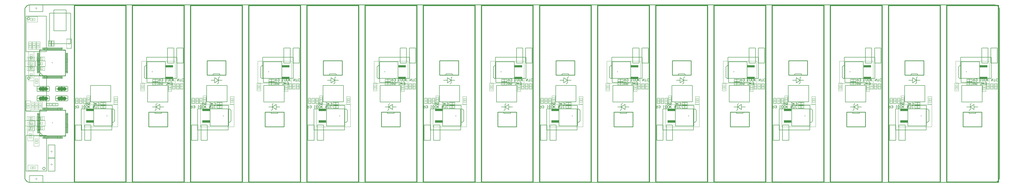
<source format=gbo>
G04*
G04 #@! TF.GenerationSoftware,Altium Limited,Altium Designer,18.1.9 (240)*
G04*
G04 Layer_Color=32896*
%FSLAX25Y25*%
%MOIN*%
G70*
G01*
G75*
%ADD11C,0.01000*%
%ADD12C,0.00787*%
%ADD13C,0.00500*%
%ADD14C,0.00787*%
%ADD15C,0.00700*%
%ADD16C,0.00600*%
%ADD17C,0.05000*%
%ADD18C,0.00800*%
%ADD19C,0.00394*%
%ADD20C,0.00197*%
%ADD21C,0.01600*%
%ADD22C,0.00200*%
G36*
X46949Y188583D02*
X45949D01*
Y189583D01*
X46949D01*
Y188583D01*
D02*
G37*
G36*
X1492922Y181808D02*
X1481522D01*
Y185208D01*
X1492922D01*
Y181808D01*
D02*
G37*
G36*
X1313001D02*
X1301601D01*
Y185208D01*
X1313001D01*
Y181808D01*
D02*
G37*
G36*
X1133079D02*
X1121679D01*
Y185208D01*
X1133079D01*
Y181808D01*
D02*
G37*
G36*
X953158D02*
X941758D01*
Y185208D01*
X953158D01*
Y181808D01*
D02*
G37*
G36*
X773237D02*
X761837D01*
Y185208D01*
X773237D01*
Y181808D01*
D02*
G37*
G36*
X593316D02*
X581916D01*
Y185208D01*
X593316D01*
Y181808D01*
D02*
G37*
G36*
X413394D02*
X401994D01*
Y185208D01*
X413394D01*
Y181808D01*
D02*
G37*
G36*
X233473D02*
X222073D01*
Y185208D01*
X233473D01*
Y181808D01*
D02*
G37*
G36*
X1461087Y174425D02*
X1460087D01*
Y175425D01*
X1461087D01*
Y174425D01*
D02*
G37*
G36*
X1281166D02*
X1280166D01*
Y175425D01*
X1281166D01*
Y174425D01*
D02*
G37*
G36*
X1101244D02*
X1100244D01*
Y175425D01*
X1101244D01*
Y174425D01*
D02*
G37*
G36*
X921323D02*
X920323D01*
Y175425D01*
X921323D01*
Y174425D01*
D02*
G37*
G36*
X741402D02*
X740402D01*
Y175425D01*
X741402D01*
Y174425D01*
D02*
G37*
G36*
X561481D02*
X560481D01*
Y175425D01*
X561481D01*
Y174425D01*
D02*
G37*
G36*
X381559D02*
X380559D01*
Y175425D01*
X381559D01*
Y174425D01*
D02*
G37*
G36*
X201638D02*
X200638D01*
Y175425D01*
X201638D01*
Y174425D01*
D02*
G37*
G36*
X1492922Y163808D02*
X1481522D01*
Y167208D01*
X1492922D01*
Y163808D01*
D02*
G37*
G36*
X1313001D02*
X1301601D01*
Y167208D01*
X1313001D01*
Y163808D01*
D02*
G37*
G36*
X1133079D02*
X1121679D01*
Y167208D01*
X1133079D01*
Y163808D01*
D02*
G37*
G36*
X953158D02*
X941758D01*
Y167208D01*
X953158D01*
Y163808D01*
D02*
G37*
G36*
X773237D02*
X761837D01*
Y167208D01*
X773237D01*
Y163808D01*
D02*
G37*
G36*
X593316D02*
X581916D01*
Y167208D01*
X593316D01*
Y163808D01*
D02*
G37*
G36*
X413394D02*
X401994D01*
Y167208D01*
X413394D01*
Y163808D01*
D02*
G37*
G36*
X233473D02*
X222073D01*
Y167208D01*
X233473D01*
Y163808D01*
D02*
G37*
G36*
X63118Y145622D02*
X59118D01*
Y151622D01*
X63118D01*
Y145622D01*
D02*
G37*
G36*
X34386D02*
X30386D01*
Y151622D01*
X34386D01*
Y145622D01*
D02*
G37*
G36*
X63118Y130858D02*
X59118D01*
Y136858D01*
X63118D01*
Y130858D01*
D02*
G37*
G36*
X34386D02*
X30386D01*
Y136858D01*
X34386D01*
Y130858D01*
D02*
G37*
G36*
X1369757Y114322D02*
X1358357D01*
Y117722D01*
X1369757D01*
Y114322D01*
D02*
G37*
G36*
X1189836D02*
X1178436D01*
Y117722D01*
X1189836D01*
Y114322D01*
D02*
G37*
G36*
X1009915D02*
X998515D01*
Y117722D01*
X1009915D01*
Y114322D01*
D02*
G37*
G36*
X829994D02*
X818594D01*
Y117722D01*
X829994D01*
Y114322D01*
D02*
G37*
G36*
X650072D02*
X638672D01*
Y117722D01*
X650072D01*
Y114322D01*
D02*
G37*
G36*
X470151D02*
X458751D01*
Y117722D01*
X470151D01*
Y114322D01*
D02*
G37*
G36*
X290230D02*
X278830D01*
Y117722D01*
X290230D01*
Y114322D01*
D02*
G37*
G36*
X110309D02*
X98909D01*
Y117722D01*
X110309D01*
Y114322D01*
D02*
G37*
G36*
X1391192Y106105D02*
X1390192D01*
Y107105D01*
X1391192D01*
Y106105D01*
D02*
G37*
G36*
X1211271D02*
X1210271D01*
Y107105D01*
X1211271D01*
Y106105D01*
D02*
G37*
G36*
X1031350D02*
X1030350D01*
Y107105D01*
X1031350D01*
Y106105D01*
D02*
G37*
G36*
X851429D02*
X850429D01*
Y107105D01*
X851429D01*
Y106105D01*
D02*
G37*
G36*
X671507D02*
X670507D01*
Y107105D01*
X671507D01*
Y106105D01*
D02*
G37*
G36*
X491586D02*
X490586D01*
Y107105D01*
X491586D01*
Y106105D01*
D02*
G37*
G36*
X311665D02*
X310665D01*
Y107105D01*
X311665D01*
Y106105D01*
D02*
G37*
G36*
X131744D02*
X130744D01*
Y107105D01*
X131744D01*
Y106105D01*
D02*
G37*
G36*
X1369757Y96322D02*
X1358357D01*
Y99722D01*
X1369757D01*
Y96322D01*
D02*
G37*
G36*
X1189836D02*
X1178436D01*
Y99722D01*
X1189836D01*
Y96322D01*
D02*
G37*
G36*
X1009915D02*
X998515D01*
Y99722D01*
X1009915D01*
Y96322D01*
D02*
G37*
G36*
X829994D02*
X818594D01*
Y99722D01*
X829994D01*
Y96322D01*
D02*
G37*
G36*
X650072D02*
X638672D01*
Y99722D01*
X650072D01*
Y96322D01*
D02*
G37*
G36*
X470151D02*
X458751D01*
Y99722D01*
X470151D01*
Y96322D01*
D02*
G37*
G36*
X290230D02*
X278830D01*
Y99722D01*
X290230D01*
Y96322D01*
D02*
G37*
G36*
X110309D02*
X98909D01*
Y99722D01*
X110309D01*
Y96322D01*
D02*
G37*
G36*
X47244Y95472D02*
X46244D01*
Y96472D01*
X47244D01*
Y95472D01*
D02*
G37*
D11*
X1511614Y270866D02*
X1511561Y271882D01*
X1511375Y272882D01*
X1511060Y273849D01*
X1510622Y274767D01*
X1510067Y275620D01*
X1509406Y276393D01*
X1508650Y277074D01*
X1507812Y277649D01*
X1506905Y278111D01*
X1505946Y278450D01*
X1504951Y278661D01*
X1503937Y278740D01*
X1503937Y3937D02*
X1504951Y4016D01*
X1505946Y4227D01*
X1506905Y4566D01*
X1507812Y5028D01*
X1508650Y5604D01*
X1509406Y6284D01*
X1510067Y7057D01*
X1510622Y7910D01*
X1511060Y8828D01*
X1511375Y9795D01*
X1511561Y10795D01*
X1511614Y11811D01*
X3937Y11811D02*
X4004Y10783D01*
X4205Y9773D01*
X4536Y8798D01*
X4992Y7874D01*
X5564Y7018D01*
X6243Y6243D01*
X7018Y5564D01*
X7874Y4992D01*
X8798Y4536D01*
X9773Y4205D01*
X10783Y4004D01*
X11811Y3937D01*
Y278740D02*
X10783Y278673D01*
X9773Y278472D01*
X8798Y278141D01*
X7874Y277685D01*
X7018Y277113D01*
X6243Y276434D01*
X5564Y275659D01*
X4992Y274803D01*
X4536Y273879D01*
X4205Y272904D01*
X4004Y271894D01*
X3937Y270866D01*
X11811Y278740D02*
X1478740Y278740D01*
X3937Y270866D02*
X3937Y11811D01*
X11811Y3937D02*
X1478740Y3937D01*
X1511614Y11811D02*
Y74803D01*
X1478740Y3937D02*
X1503937D01*
X1511614Y207874D02*
Y270866D01*
X1478740Y278740D02*
X1503937D01*
X1511614Y74803D02*
Y207874D01*
X1095453Y89991D02*
Y112629D01*
Y89991D02*
X1124587D01*
Y112629D01*
X1095453D02*
X1124587D01*
X375768Y89991D02*
Y112629D01*
Y89991D02*
X404902D01*
Y112629D01*
X375768D02*
X404902D01*
X735610Y89991D02*
Y112629D01*
Y89991D02*
X764744D01*
Y112629D01*
X735610D02*
X764744D01*
X195846Y89991D02*
Y112629D01*
Y89991D02*
X224980D01*
Y112629D01*
X195846D02*
X224980D01*
X1455295D02*
X1484429D01*
Y89991D02*
Y112629D01*
X1455295Y89991D02*
X1484429D01*
X1455295D02*
Y112629D01*
X1365472Y169734D02*
X1394606D01*
X1365472D02*
Y192372D01*
X1394606D01*
Y169734D02*
Y192372D01*
X1275374Y112629D02*
X1304508D01*
Y89991D02*
Y112629D01*
X1275374Y89991D02*
X1304508D01*
X1275374D02*
Y112629D01*
X1185551Y169734D02*
X1214685D01*
X1185551D02*
Y192372D01*
X1214685D01*
Y169734D02*
Y192372D01*
X1005630Y169734D02*
X1034764D01*
X1005630D02*
Y192372D01*
X1034764D01*
Y169734D02*
Y192372D01*
X915532Y112629D02*
X944666D01*
Y89991D02*
Y112629D01*
X915532Y89991D02*
X944666D01*
X915532D02*
Y112629D01*
X825709Y169734D02*
X854843D01*
X825709D02*
Y192372D01*
X854843D01*
Y169734D02*
Y192372D01*
X645787Y169734D02*
X674921D01*
X645787D02*
Y192372D01*
X674921D01*
Y169734D02*
Y192372D01*
X555689Y112629D02*
X584823D01*
Y89991D02*
Y112629D01*
X555689Y89991D02*
X584823D01*
X555689D02*
Y112629D01*
X465866Y169734D02*
X495000D01*
X465866D02*
Y192372D01*
X495000D01*
Y169734D02*
Y192372D01*
X285945Y169734D02*
X315079D01*
X285945D02*
Y192372D01*
X315079D01*
Y169734D02*
Y192372D01*
D12*
X1115138Y110434D02*
Y112402D01*
X1104902Y110434D02*
Y112402D01*
Y110434D02*
X1115138D01*
X395453D02*
Y112402D01*
X385217Y110434D02*
Y112402D01*
Y110434D02*
X395453D01*
X755295D02*
Y112402D01*
X745059Y110434D02*
Y112402D01*
Y110434D02*
X755295D01*
X215531D02*
Y112402D01*
X205295Y110434D02*
Y112402D01*
Y110434D02*
X215531D01*
X1464744D02*
X1474980D01*
X1464744D02*
Y112402D01*
X1474980Y110434D02*
Y112402D01*
X1374921Y171929D02*
X1385157D01*
Y169961D02*
Y171929D01*
X1374921Y169961D02*
Y171929D01*
X1284823Y110434D02*
X1295059D01*
X1284823D02*
Y112402D01*
X1295059Y110434D02*
Y112402D01*
X1195000Y171929D02*
X1205236D01*
Y169961D02*
Y171929D01*
X1195000Y169961D02*
Y171929D01*
X1015079D02*
X1025315D01*
Y169961D02*
Y171929D01*
X1015079Y169961D02*
Y171929D01*
X924981Y110434D02*
X935217D01*
X924981D02*
Y112402D01*
X935217Y110434D02*
Y112402D01*
X835158Y171929D02*
X845394D01*
Y169961D02*
Y171929D01*
X835158Y169961D02*
Y171929D01*
X655236D02*
X665472D01*
Y169961D02*
Y171929D01*
X655236Y169961D02*
Y171929D01*
X565138Y110434D02*
X575374D01*
X565138D02*
Y112402D01*
X575374Y110434D02*
Y112402D01*
X475315Y171929D02*
X485551D01*
Y169961D02*
Y171929D01*
X475315Y169961D02*
Y171929D01*
X295394D02*
X305630D01*
Y169961D02*
Y171929D01*
X295394Y169961D02*
Y171929D01*
D13*
X35630Y25197D02*
X35367Y26181D01*
X34646Y26902D01*
X33661Y27166D01*
X32677Y26902D01*
X31956Y26181D01*
X31692Y25197D01*
X31956Y24212D01*
X32677Y23492D01*
X33661Y23228D01*
X34646Y23492D01*
X35367Y24212D01*
X35630Y25197D01*
X11812Y257382D02*
X11548Y258366D01*
X10827Y259087D01*
X9843Y259351D01*
X8858Y259087D01*
X8137Y258366D01*
X7874Y257382D01*
X8137Y256397D01*
X8858Y255677D01*
X9843Y255413D01*
X10827Y255677D01*
X11548Y256397D01*
X11812Y257382D01*
X12107Y165157D02*
X11843Y166142D01*
X11122Y166863D01*
X10138Y167126D01*
X9153Y166863D01*
X8433Y166142D01*
X8169Y165157D01*
X8433Y164173D01*
X9153Y163452D01*
X10138Y163188D01*
X11122Y163452D01*
X11843Y164173D01*
X12107Y165157D01*
X1112657Y120513D02*
X1118563D01*
X1112657Y116576D02*
Y120513D01*
X1106752D02*
X1112657Y116576D01*
X1106752Y120513D02*
X1112657Y124450D01*
Y120513D02*
Y124450D01*
X1106752Y120513D02*
Y124450D01*
X1108524Y126221D01*
X1106752Y116576D02*
Y120513D01*
X1104980Y114804D02*
X1106752Y116576D01*
X1101043Y120513D02*
X1106752D01*
X392972D02*
X398878D01*
X392972Y116576D02*
Y120513D01*
X387067D02*
X392972Y116576D01*
X387067Y120513D02*
X392972Y124450D01*
Y120513D02*
Y124450D01*
X387067Y120513D02*
Y124450D01*
X388839Y126221D01*
X387067Y116576D02*
Y120513D01*
X385295Y114804D02*
X387067Y116576D01*
X381358Y120513D02*
X387067D01*
X752814D02*
X758720D01*
X752814Y116576D02*
Y120513D01*
X746909D02*
X752814Y116576D01*
X746909Y120513D02*
X752814Y124450D01*
Y120513D02*
Y124450D01*
X746909Y120513D02*
Y124450D01*
X748681Y126221D01*
X746909Y116576D02*
Y120513D01*
X745137Y114804D02*
X746909Y116576D01*
X741200Y120513D02*
X746909D01*
X82087Y92520D02*
X91929D01*
X82087Y68898D02*
Y92520D01*
X91929Y68898D02*
Y92520D01*
X82087Y68898D02*
X91929D01*
X1484252Y212008D02*
X1494094D01*
X1484252Y188386D02*
Y212008D01*
Y188386D02*
X1494094D01*
Y212008D01*
X1356103Y68898D02*
X1365945D01*
Y92520D01*
X1356103D02*
X1365945D01*
X1356103Y68898D02*
Y92520D01*
X1304331Y212008D02*
X1314173D01*
X1304331Y188386D02*
Y212008D01*
Y188386D02*
X1314173D01*
Y212008D01*
X1176181Y68898D02*
X1186023D01*
Y92520D01*
X1176181D02*
X1186023D01*
X1176181Y68898D02*
Y92520D01*
X1124410Y212008D02*
X1134252D01*
X1124410Y188386D02*
Y212008D01*
Y188386D02*
X1134252D01*
Y212008D01*
X996260Y68898D02*
X1006102D01*
Y92520D01*
X996260D02*
X1006102D01*
X996260Y68898D02*
Y92520D01*
X944489Y212008D02*
X954331D01*
X944489Y188386D02*
Y212008D01*
Y188386D02*
X954331D01*
Y212008D01*
X816339Y68898D02*
X826181D01*
Y92520D01*
X816339D02*
X826181D01*
X816339Y68898D02*
Y92520D01*
X764567Y212008D02*
X774409D01*
X764567Y188386D02*
Y212008D01*
Y188386D02*
X774409D01*
Y212008D01*
X636418Y68898D02*
X646260D01*
Y92520D01*
X636418D02*
X646260D01*
X636418Y68898D02*
Y92520D01*
X584646Y212008D02*
X594488D01*
X584646Y188386D02*
Y212008D01*
Y188386D02*
X594488D01*
Y212008D01*
X456496Y68898D02*
X466338D01*
Y92520D01*
X456496D02*
X466338D01*
X456496Y68898D02*
Y92520D01*
X404725Y212008D02*
X414567D01*
X404725Y188386D02*
Y212008D01*
Y188386D02*
X414567D01*
Y212008D01*
X276575Y68898D02*
X286417D01*
Y92520D01*
X276575D02*
X286417D01*
X276575Y68898D02*
Y92520D01*
X224803Y212008D02*
X234645D01*
X224803Y188386D02*
Y212008D01*
Y188386D02*
X234645D01*
Y212008D01*
X96654Y68898D02*
X106496D01*
Y92520D01*
X96654D02*
X106496D01*
X96654Y68898D02*
Y92520D01*
X1498524Y188386D02*
X1508366D01*
Y212008D01*
X1498524D02*
X1508366D01*
X1498524Y188386D02*
Y212008D01*
X1341536Y92520D02*
X1351378D01*
X1341536Y68898D02*
Y92520D01*
Y68898D02*
X1351378D01*
Y92520D01*
X1318603Y188386D02*
X1328445D01*
Y212008D01*
X1318603D02*
X1328445D01*
X1318603Y188386D02*
Y212008D01*
X1161614Y92520D02*
X1171456D01*
X1161614Y68898D02*
Y92520D01*
Y68898D02*
X1171456D01*
Y92520D01*
X1138681Y188386D02*
X1148523D01*
Y212008D01*
X1138681D02*
X1148523D01*
X1138681Y188386D02*
Y212008D01*
X981693Y92520D02*
X991535D01*
X981693Y68898D02*
Y92520D01*
Y68898D02*
X991535D01*
Y92520D01*
X958760Y188386D02*
X968602D01*
Y212008D01*
X958760D02*
X968602D01*
X958760Y188386D02*
Y212008D01*
X801772Y92520D02*
X811614D01*
X801772Y68898D02*
Y92520D01*
Y68898D02*
X811614D01*
Y92520D01*
X778839Y188386D02*
X788681D01*
Y212008D01*
X778839D02*
X788681D01*
X778839Y188386D02*
Y212008D01*
X621851Y92520D02*
X631693D01*
X621851Y68898D02*
Y92520D01*
Y68898D02*
X631693D01*
Y92520D01*
X598918Y188386D02*
X608760D01*
Y212008D01*
X598918D02*
X608760D01*
X598918Y188386D02*
Y212008D01*
X441929Y92520D02*
X451771D01*
X441929Y68898D02*
Y92520D01*
Y68898D02*
X451771D01*
Y92520D01*
X418996Y188386D02*
X428838D01*
Y212008D01*
X418996D02*
X428838D01*
X418996Y188386D02*
Y212008D01*
X262008Y92520D02*
X271850D01*
X262008Y68898D02*
Y92520D01*
Y68898D02*
X271850D01*
Y92520D01*
X239075Y188386D02*
X248917D01*
Y212008D01*
X239075D02*
X248917D01*
X239075Y188386D02*
Y212008D01*
X42520Y218504D02*
X75198D01*
Y221850D01*
Y265748D01*
X74607D02*
X75198D01*
X42520D02*
X74607D01*
X42520Y218504D02*
Y265748D01*
X6102Y76378D02*
X37598D01*
X6102Y21260D02*
Y76378D01*
Y21260D02*
X37598D01*
Y76378D01*
X5906Y206201D02*
X37402D01*
Y261319D01*
X5906D02*
X37402D01*
X5906Y206201D02*
Y261319D01*
X6201Y113976D02*
X37697D01*
Y169094D01*
X6201D02*
X37697D01*
X6201Y113976D02*
Y169094D01*
X68110Y238583D02*
Y270866D01*
X49212D02*
X68110D01*
X49212Y238583D02*
Y270866D01*
Y238583D02*
X68110D01*
X192224Y164960D02*
Y197638D01*
Y164960D02*
X195570D01*
X239468D01*
Y165551D01*
Y197638D01*
X192224D02*
X239468D01*
X213050Y120513D02*
X218956D01*
X213050Y116576D02*
Y120513D01*
X207145D02*
X213050Y116576D01*
X207145Y120513D02*
X213050Y124450D01*
Y120513D02*
Y124450D01*
X207145Y120513D02*
Y124450D01*
X208917Y126221D01*
X207145Y116576D02*
Y120513D01*
X205373Y114804D02*
X207145Y116576D01*
X201436Y120513D02*
X207145D01*
X1451673Y164960D02*
Y197638D01*
Y164960D02*
X1455019D01*
X1498917D01*
Y165551D01*
Y197638D01*
X1451673D02*
X1498917D01*
X1398229Y84842D02*
Y117520D01*
X1394883D02*
X1398229D01*
X1350985D02*
X1394883D01*
X1350985Y116929D02*
Y117520D01*
Y84842D02*
Y116929D01*
Y84842D02*
X1398229D01*
X1271752Y164960D02*
Y197638D01*
Y164960D02*
X1275098D01*
X1318996D01*
Y165551D01*
Y197638D01*
X1271752D02*
X1318996D01*
X1218308Y84842D02*
Y117520D01*
X1214962D02*
X1218308D01*
X1171064D02*
X1214962D01*
X1171064Y116929D02*
Y117520D01*
Y84842D02*
Y116929D01*
Y84842D02*
X1218308D01*
X1091830Y164960D02*
Y197638D01*
Y164960D02*
X1095176D01*
X1139074D01*
Y165551D01*
Y197638D01*
X1091830D02*
X1139074D01*
X991142Y84842D02*
X1038386D01*
X991142D02*
Y116929D01*
Y117520D01*
X1035040D01*
X1038386D01*
Y84842D02*
Y117520D01*
X911909Y164960D02*
Y197638D01*
Y164960D02*
X915255D01*
X959153D01*
Y165551D01*
Y197638D01*
X911909D02*
X959153D01*
X858465Y84842D02*
Y117520D01*
X855119D02*
X858465D01*
X811221D02*
X855119D01*
X811221Y116929D02*
Y117520D01*
Y84842D02*
Y116929D01*
Y84842D02*
X858465D01*
X731988Y164960D02*
Y197638D01*
Y164960D02*
X735334D01*
X779232D01*
Y165551D01*
Y197638D01*
X731988D02*
X779232D01*
X678544Y84842D02*
Y117520D01*
X675198D02*
X678544D01*
X631300D02*
X675198D01*
X631300Y116929D02*
Y117520D01*
Y84842D02*
Y116929D01*
Y84842D02*
X678544D01*
X552067Y164960D02*
Y197638D01*
Y164960D02*
X555412D01*
X599310D01*
Y165551D01*
Y197638D01*
X552067D02*
X599310D01*
X498623Y84842D02*
Y117520D01*
X495276D02*
X498623D01*
X451378D02*
X495276D01*
X451378Y116929D02*
Y117520D01*
Y84842D02*
Y116929D01*
Y84842D02*
X498623D01*
X372145Y164960D02*
Y197638D01*
Y164960D02*
X375491D01*
X419389D01*
Y165551D01*
Y197638D01*
X372145D02*
X419389D01*
X318701Y84842D02*
Y117520D01*
X315355D02*
X318701D01*
X271457D02*
X315355D01*
X271457Y116929D02*
Y117520D01*
Y84842D02*
Y116929D01*
Y84842D02*
X318701D01*
X1460885Y120513D02*
X1466594D01*
X1464822Y114804D02*
X1466594Y116576D01*
Y120513D01*
Y124450D02*
X1468366Y126221D01*
X1466594Y120513D02*
Y124450D01*
X1472499Y120513D02*
Y124450D01*
X1466594Y120513D02*
X1472499Y124450D01*
X1466594Y120513D02*
X1472499Y116576D01*
Y120513D01*
X1478405D01*
X1383307Y161850D02*
X1389016D01*
X1383307Y165787D02*
X1385079Y167559D01*
X1383307Y161850D02*
Y165787D01*
X1381535Y156142D02*
X1383307Y157913D01*
Y161850D01*
X1377402Y157913D02*
Y161850D01*
Y157913D02*
X1383307Y161850D01*
X1377402Y165787D02*
X1383307Y161850D01*
X1377402D02*
Y165787D01*
X1371496Y161850D02*
X1377402D01*
X1280964Y120513D02*
X1286673D01*
X1284901Y114804D02*
X1286673Y116576D01*
Y120513D01*
Y124450D02*
X1288445Y126221D01*
X1286673Y120513D02*
Y124450D01*
X1292578Y120513D02*
Y124450D01*
X1286673Y120513D02*
X1292578Y124450D01*
X1286673Y120513D02*
X1292578Y116576D01*
Y120513D01*
X1298484D01*
X1203386Y161850D02*
X1209095D01*
X1203386Y165787D02*
X1205158Y167559D01*
X1203386Y161850D02*
Y165787D01*
X1201614Y156142D02*
X1203386Y157913D01*
Y161850D01*
X1197481Y157913D02*
Y161850D01*
Y157913D02*
X1203386Y161850D01*
X1197481Y165787D02*
X1203386Y161850D01*
X1197481D02*
Y165787D01*
X1191575Y161850D02*
X1197481D01*
X1023465D02*
X1029174D01*
X1023465Y165787D02*
X1025237Y167559D01*
X1023465Y161850D02*
Y165787D01*
X1021693Y156142D02*
X1023465Y157913D01*
Y161850D01*
X1017560Y157913D02*
Y161850D01*
Y157913D02*
X1023465Y161850D01*
X1017560Y165787D02*
X1023465Y161850D01*
X1017560D02*
Y165787D01*
X1011654Y161850D02*
X1017560D01*
X921122Y120513D02*
X926830D01*
X925058Y114804D02*
X926830Y116576D01*
Y120513D01*
Y124450D02*
X928603Y126221D01*
X926830Y120513D02*
Y124450D01*
X932736Y120513D02*
Y124450D01*
X926830Y120513D02*
X932736Y124450D01*
X926830Y120513D02*
X932736Y116576D01*
Y120513D01*
X938641D01*
X843544Y161850D02*
X849253D01*
X843544Y165787D02*
X845316Y167559D01*
X843544Y161850D02*
Y165787D01*
X841772Y156142D02*
X843544Y157913D01*
Y161850D01*
X837639Y157913D02*
Y161850D01*
Y157913D02*
X843544Y161850D01*
X837639Y165787D02*
X843544Y161850D01*
X837639D02*
Y165787D01*
X831733Y161850D02*
X837639D01*
X663622D02*
X669331D01*
X663622Y165787D02*
X665394Y167559D01*
X663622Y161850D02*
Y165787D01*
X661850Y156142D02*
X663622Y157913D01*
Y161850D01*
X657717Y157913D02*
Y161850D01*
Y157913D02*
X663622Y161850D01*
X657717Y165787D02*
X663622Y161850D01*
X657717D02*
Y165787D01*
X651811Y161850D02*
X657717D01*
X561279Y120513D02*
X566988D01*
X565216Y114804D02*
X566988Y116576D01*
Y120513D01*
Y124450D02*
X568760Y126221D01*
X566988Y120513D02*
Y124450D01*
X572893Y120513D02*
Y124450D01*
X566988Y120513D02*
X572893Y124450D01*
X566988Y120513D02*
X572893Y116576D01*
Y120513D01*
X578799D01*
X483701Y161850D02*
X489410D01*
X483701Y165787D02*
X485473Y167559D01*
X483701Y161850D02*
Y165787D01*
X481929Y156142D02*
X483701Y157913D01*
Y161850D01*
X477796Y157913D02*
Y161850D01*
Y157913D02*
X483701Y161850D01*
X477796Y165787D02*
X483701Y161850D01*
X477796D02*
Y165787D01*
X471890Y161850D02*
X477796D01*
X303780D02*
X309489D01*
X303780Y165787D02*
X305552Y167559D01*
X303780Y161850D02*
Y165787D01*
X302008Y156142D02*
X303780Y157913D01*
Y161850D01*
X297875Y157913D02*
Y161850D01*
Y157913D02*
X303780Y161850D01*
X297875Y165787D02*
X303780Y161850D01*
X297875D02*
Y165787D01*
X291969Y161850D02*
X297875D01*
X91536Y84842D02*
X138780D01*
X91536D02*
Y116929D01*
Y117520D01*
X135434D01*
X138780D01*
Y84842D02*
Y117520D01*
D14*
X27362Y93504D02*
X27756D01*
X27362Y97047D02*
X27756D01*
X28150Y89370D02*
X28543D01*
X28150Y86220D02*
X28543D01*
X12008Y93504D02*
X12402D01*
X12008Y97047D02*
X12402D01*
X12953Y89370D02*
X13347D01*
X12953Y86220D02*
X13347D01*
X13189Y101181D02*
X13583D01*
X13189Y104331D02*
X13583D01*
X28150Y101181D02*
X28543D01*
X28150Y104331D02*
X28543D01*
X13189Y193307D02*
X13583D01*
X13189Y196457D02*
X13583D01*
X27756Y189371D02*
X28150D01*
X27756Y185827D02*
X28150D01*
X13189Y178740D02*
X13583D01*
X13189Y181890D02*
X13583D01*
X28543Y178740D02*
X28937D01*
X28543Y181890D02*
X28937D01*
X28543Y193701D02*
X28937D01*
X28543Y196850D02*
X28937D01*
X12008Y189371D02*
X12402D01*
X12008Y185827D02*
X12402D01*
X205610Y160335D02*
X206004D01*
X205610Y163091D02*
X206004D01*
X205610Y155522D02*
X206004D01*
X205610Y158278D02*
X206004D01*
X1465059Y160335D02*
X1465453D01*
X1465059Y163091D02*
X1465453D01*
X1465059Y155522D02*
X1465453D01*
X1465059Y158278D02*
X1465453D01*
X1384449Y122146D02*
X1384843D01*
X1384449Y119390D02*
X1384843D01*
X1384449Y126958D02*
X1384843D01*
X1384449Y124203D02*
X1384843D01*
X1285138Y160335D02*
X1285532D01*
X1285138Y163091D02*
X1285532D01*
X1285138Y155522D02*
X1285532D01*
X1285138Y158278D02*
X1285532D01*
X1204528Y122146D02*
X1204921D01*
X1204528Y119390D02*
X1204921D01*
X1204528Y126958D02*
X1204921D01*
X1204528Y124203D02*
X1204921D01*
X1105217Y160335D02*
X1105610D01*
X1105217Y163091D02*
X1105610D01*
X1105217Y155522D02*
X1105610D01*
X1105217Y158278D02*
X1105610D01*
X1024607Y119390D02*
X1025000D01*
X1024607Y122146D02*
X1025000D01*
X1024607Y124203D02*
X1025000D01*
X1024607Y126958D02*
X1025000D01*
X925296Y160335D02*
X925689D01*
X925296Y163091D02*
X925689D01*
X925296Y155522D02*
X925689D01*
X925296Y158278D02*
X925689D01*
X844685Y122146D02*
X845079D01*
X844685Y119390D02*
X845079D01*
X844685Y126958D02*
X845079D01*
X844685Y124203D02*
X845079D01*
X745374Y160335D02*
X745768D01*
X745374Y163091D02*
X745768D01*
X745374Y155522D02*
X745768D01*
X745374Y158278D02*
X745768D01*
X664764Y122146D02*
X665158D01*
X664764Y119390D02*
X665158D01*
X664764Y126958D02*
X665158D01*
X664764Y124203D02*
X665158D01*
X565453Y160335D02*
X565846D01*
X565453Y163091D02*
X565846D01*
X565453Y155522D02*
X565846D01*
X565453Y158278D02*
X565846D01*
X484843Y122146D02*
X485236D01*
X484843Y119390D02*
X485236D01*
X484843Y126958D02*
X485236D01*
X484843Y124203D02*
X485236D01*
X385532Y160335D02*
X385925D01*
X385532Y163091D02*
X385925D01*
X385532Y155522D02*
X385925D01*
X385532Y158278D02*
X385925D01*
X304921Y122146D02*
X305315D01*
X304921Y119390D02*
X305315D01*
X304921Y126958D02*
X305315D01*
X304921Y124203D02*
X305315D01*
X125000D02*
X125394D01*
X125000Y126958D02*
X125394D01*
X125000Y119390D02*
X125394D01*
X125000Y122146D02*
X125394D01*
D15*
X261417Y122539D02*
Y118940D01*
X263217D01*
X263817Y119540D01*
Y120740D01*
X263217Y121340D01*
X261417D01*
X262617D02*
X263817Y122539D01*
X265016Y119540D02*
X265616Y118940D01*
X266816D01*
X267415Y119540D01*
Y120140D01*
X266816Y120740D01*
X266216D01*
X266816D01*
X267415Y121340D01*
Y121940D01*
X266816Y122539D01*
X265616D01*
X265016Y121940D01*
X272214Y122539D02*
X273413D01*
X272814D01*
Y118940D01*
X272214Y119540D01*
X275213D02*
X275813Y118940D01*
X277012D01*
X277612Y119540D01*
Y121940D01*
X277012Y122539D01*
X275813D01*
X275213Y121940D01*
Y119540D01*
X278812D02*
X279412Y118940D01*
X280611D01*
X281211Y119540D01*
Y121940D01*
X280611Y122539D01*
X279412D01*
X278812Y121940D01*
Y119540D01*
X282411Y118940D02*
Y122539D01*
Y121340D01*
X284810Y118940D01*
X283010Y120740D01*
X284810Y122539D01*
X289608D02*
Y118940D01*
X292007Y122539D01*
Y118940D01*
X293207D02*
X295606D01*
X294407D01*
Y122539D01*
X299205Y119540D02*
X298605Y118940D01*
X297406D01*
X296806Y119540D01*
Y121940D01*
X297406Y122539D01*
X298605D01*
X299205Y121940D01*
X278740Y127362D02*
Y123763D01*
X280540D01*
X281139Y124363D01*
Y125563D01*
X280540Y126163D01*
X278740D01*
X279940D02*
X281139Y127362D01*
X284738Y123763D02*
X282339D01*
Y125563D01*
X283539Y124963D01*
X284138D01*
X284738Y125563D01*
Y126762D01*
X284138Y127362D01*
X282939D01*
X282339Y126762D01*
X289537Y124363D02*
X290137Y123763D01*
X291336D01*
X291936Y124363D01*
Y124963D01*
X291336Y125563D01*
X290736D01*
X291336D01*
X291936Y126163D01*
Y126762D01*
X291336Y127362D01*
X290137D01*
X289537Y126762D01*
X293135Y123763D02*
Y127362D01*
Y126163D01*
X295535Y123763D01*
X293735Y125563D01*
X295535Y127362D01*
X296734Y124363D02*
X297334Y123763D01*
X298534D01*
X299134Y124363D01*
Y124963D01*
X298534Y125563D01*
X297934D01*
X298534D01*
X299134Y126163D01*
Y126762D01*
X298534Y127362D01*
X297334D01*
X296734Y126762D01*
X261417Y122539D02*
Y118940D01*
X263217D01*
X263817Y119540D01*
Y120740D01*
X263217Y121340D01*
X261417D01*
X262617D02*
X263817Y122539D01*
X265016Y119540D02*
X265616Y118940D01*
X266816D01*
X267415Y119540D01*
Y120140D01*
X266816Y120740D01*
X266216D01*
X266816D01*
X267415Y121340D01*
Y121940D01*
X266816Y122539D01*
X265616D01*
X265016Y121940D01*
X272214Y122539D02*
X273413D01*
X272814D01*
Y118940D01*
X272214Y119540D01*
X275213D02*
X275813Y118940D01*
X277012D01*
X277612Y119540D01*
Y121940D01*
X277012Y122539D01*
X275813D01*
X275213Y121940D01*
Y119540D01*
X278812D02*
X279412Y118940D01*
X280611D01*
X281211Y119540D01*
Y121940D01*
X280611Y122539D01*
X279412D01*
X278812Y121940D01*
Y119540D01*
X282411Y118940D02*
Y122539D01*
Y121340D01*
X284810Y118940D01*
X283010Y120740D01*
X284810Y122539D01*
X289608D02*
Y118940D01*
X292007Y122539D01*
Y118940D01*
X293207D02*
X295606D01*
X294407D01*
Y122539D01*
X299205Y119540D02*
X298605Y118940D01*
X297406D01*
X296806Y119540D01*
Y121940D01*
X297406Y122539D01*
X298605D01*
X299205Y121940D01*
X278740Y127362D02*
Y123763D01*
X280540D01*
X281139Y124363D01*
Y125563D01*
X280540Y126163D01*
X278740D01*
X279940D02*
X281139Y127362D01*
X284738Y123763D02*
X282339D01*
Y125563D01*
X283539Y124963D01*
X284138D01*
X284738Y125563D01*
Y126762D01*
X284138Y127362D01*
X282939D01*
X282339Y126762D01*
X289537Y124363D02*
X290137Y123763D01*
X291336D01*
X291936Y124363D01*
Y124963D01*
X291336Y125563D01*
X290736D01*
X291336D01*
X291936Y126163D01*
Y126762D01*
X291336Y127362D01*
X290137D01*
X289537Y126762D01*
X293135Y123763D02*
Y127362D01*
Y126163D01*
X295535Y123763D01*
X293735Y125563D01*
X295535Y127362D01*
X296734Y124363D02*
X297334Y123763D01*
X298534D01*
X299134Y124363D01*
Y124963D01*
X298534Y125563D01*
X297934D01*
X298534D01*
X299134Y126163D01*
Y126762D01*
X298534Y127362D01*
X297334D01*
X296734Y126762D01*
X261417Y122539D02*
Y118940D01*
X263217D01*
X263817Y119540D01*
Y120740D01*
X263217Y121340D01*
X261417D01*
X262617D02*
X263817Y122539D01*
X265016Y119540D02*
X265616Y118940D01*
X266816D01*
X267415Y119540D01*
Y120140D01*
X266816Y120740D01*
X266216D01*
X266816D01*
X267415Y121340D01*
Y121940D01*
X266816Y122539D01*
X265616D01*
X265016Y121940D01*
X272214Y122539D02*
X273413D01*
X272814D01*
Y118940D01*
X272214Y119540D01*
X275213D02*
X275813Y118940D01*
X277012D01*
X277612Y119540D01*
Y121940D01*
X277012Y122539D01*
X275813D01*
X275213Y121940D01*
Y119540D01*
X278812D02*
X279412Y118940D01*
X280611D01*
X281211Y119540D01*
Y121940D01*
X280611Y122539D01*
X279412D01*
X278812Y121940D01*
Y119540D01*
X282411Y118940D02*
Y122539D01*
Y121340D01*
X284810Y118940D01*
X283010Y120740D01*
X284810Y122539D01*
X289608D02*
Y118940D01*
X292007Y122539D01*
Y118940D01*
X293207D02*
X295606D01*
X294407D01*
Y122539D01*
X299205Y119540D02*
X298605Y118940D01*
X297406D01*
X296806Y119540D01*
Y121940D01*
X297406Y122539D01*
X298605D01*
X299205Y121940D01*
X278740Y127362D02*
Y123763D01*
X280540D01*
X281139Y124363D01*
Y125563D01*
X280540Y126163D01*
X278740D01*
X279940D02*
X281139Y127362D01*
X284738Y123763D02*
X282339D01*
Y125563D01*
X283539Y124963D01*
X284138D01*
X284738Y125563D01*
Y126762D01*
X284138Y127362D01*
X282939D01*
X282339Y126762D01*
X289537Y124363D02*
X290137Y123763D01*
X291336D01*
X291936Y124363D01*
Y124963D01*
X291336Y125563D01*
X290736D01*
X291336D01*
X291936Y126163D01*
Y126762D01*
X291336Y127362D01*
X290137D01*
X289537Y126762D01*
X293135Y123763D02*
Y127362D01*
Y126163D01*
X295535Y123763D01*
X293735Y125563D01*
X295535Y127362D01*
X296734Y124363D02*
X297334Y123763D01*
X298534D01*
X299134Y124363D01*
Y124963D01*
X298534Y125563D01*
X297934D01*
X298534D01*
X299134Y126163D01*
Y126762D01*
X298534Y127362D01*
X297334D01*
X296734Y126762D01*
X261417Y122539D02*
Y118940D01*
X263217D01*
X263817Y119540D01*
Y120740D01*
X263217Y121340D01*
X261417D01*
X262617D02*
X263817Y122539D01*
X265016Y119540D02*
X265616Y118940D01*
X266816D01*
X267415Y119540D01*
Y120140D01*
X266816Y120740D01*
X266216D01*
X266816D01*
X267415Y121340D01*
Y121940D01*
X266816Y122539D01*
X265616D01*
X265016Y121940D01*
X272214Y122539D02*
X273413D01*
X272814D01*
Y118940D01*
X272214Y119540D01*
X275213D02*
X275813Y118940D01*
X277012D01*
X277612Y119540D01*
Y121940D01*
X277012Y122539D01*
X275813D01*
X275213Y121940D01*
Y119540D01*
X278812D02*
X279412Y118940D01*
X280611D01*
X281211Y119540D01*
Y121940D01*
X280611Y122539D01*
X279412D01*
X278812Y121940D01*
Y119540D01*
X282411Y118940D02*
Y122539D01*
Y121340D01*
X284810Y118940D01*
X283010Y120740D01*
X284810Y122539D01*
X289608D02*
Y118940D01*
X292007Y122539D01*
Y118940D01*
X293207D02*
X295606D01*
X294407D01*
Y122539D01*
X299205Y119540D02*
X298605Y118940D01*
X297406D01*
X296806Y119540D01*
Y121940D01*
X297406Y122539D01*
X298605D01*
X299205Y121940D01*
X278740Y127362D02*
Y123763D01*
X280540D01*
X281139Y124363D01*
Y125563D01*
X280540Y126163D01*
X278740D01*
X279940D02*
X281139Y127362D01*
X284738Y123763D02*
X282339D01*
Y125563D01*
X283539Y124963D01*
X284138D01*
X284738Y125563D01*
Y126762D01*
X284138Y127362D01*
X282939D01*
X282339Y126762D01*
X289537Y124363D02*
X290137Y123763D01*
X291336D01*
X291936Y124363D01*
Y124963D01*
X291336Y125563D01*
X290736D01*
X291336D01*
X291936Y126163D01*
Y126762D01*
X291336Y127362D01*
X290137D01*
X289537Y126762D01*
X293135Y123763D02*
Y127362D01*
Y126163D01*
X295535Y123763D01*
X293735Y125563D01*
X295535Y127362D01*
X296734Y124363D02*
X297334Y123763D01*
X298534D01*
X299134Y124363D01*
Y124963D01*
X298534Y125563D01*
X297934D01*
X298534D01*
X299134Y126163D01*
Y126762D01*
X298534Y127362D01*
X297334D01*
X296734Y126762D01*
X1471260Y164174D02*
Y160575D01*
X1473059D01*
X1473659Y161175D01*
Y162374D01*
X1473059Y162974D01*
X1471260D01*
X1472459D02*
X1473659Y164174D01*
X1474859Y161175D02*
X1475459Y160575D01*
X1476658D01*
X1477258Y161175D01*
Y161775D01*
X1476658Y162374D01*
X1476058D01*
X1476658D01*
X1477258Y162974D01*
Y163574D01*
X1476658Y164174D01*
X1475459D01*
X1474859Y163574D01*
X1482056Y164174D02*
X1483256D01*
X1482656D01*
Y160575D01*
X1482056Y161175D01*
X1485055D02*
X1485655Y160575D01*
X1486855D01*
X1487455Y161175D01*
Y163574D01*
X1486855Y164174D01*
X1485655D01*
X1485055Y163574D01*
Y161175D01*
X1488654D02*
X1489254Y160575D01*
X1490454D01*
X1491053Y161175D01*
Y163574D01*
X1490454Y164174D01*
X1489254D01*
X1488654Y163574D01*
Y161175D01*
X1492253Y160575D02*
Y164174D01*
Y162974D01*
X1494652Y160575D01*
X1492853Y162374D01*
X1494652Y164174D01*
X1499451D02*
Y160575D01*
X1501850Y164174D01*
Y160575D01*
X1503050D02*
X1505449D01*
X1504249D01*
Y164174D01*
X1509048Y161175D02*
X1508448Y160575D01*
X1507248D01*
X1506648Y161175D01*
Y163574D01*
X1507248Y164174D01*
X1508448D01*
X1509048Y163574D01*
X1471260Y158957D02*
Y155358D01*
X1473059D01*
X1473659Y155958D01*
Y157158D01*
X1473059Y157758D01*
X1471260D01*
X1472459D02*
X1473659Y158957D01*
X1477258Y155358D02*
X1474859D01*
Y157158D01*
X1476058Y156558D01*
X1476658D01*
X1477258Y157158D01*
Y158358D01*
X1476658Y158957D01*
X1475459D01*
X1474859Y158358D01*
X1482056Y155958D02*
X1482656Y155358D01*
X1483856D01*
X1484456Y155958D01*
Y156558D01*
X1483856Y157158D01*
X1483256D01*
X1483856D01*
X1484456Y157758D01*
Y158358D01*
X1483856Y158957D01*
X1482656D01*
X1482056Y158358D01*
X1485655Y155358D02*
Y158957D01*
Y157758D01*
X1488054Y155358D01*
X1486255Y157158D01*
X1488054Y158957D01*
X1489254Y155958D02*
X1489854Y155358D01*
X1491053D01*
X1491653Y155958D01*
Y156558D01*
X1491053Y157158D01*
X1490454D01*
X1491053D01*
X1491653Y157758D01*
Y158358D01*
X1491053Y158957D01*
X1489854D01*
X1489254Y158358D01*
X1291339Y164174D02*
Y160575D01*
X1293138D01*
X1293738Y161175D01*
Y162374D01*
X1293138Y162974D01*
X1291339D01*
X1292538D02*
X1293738Y164174D01*
X1294937Y161175D02*
X1295537Y160575D01*
X1296737D01*
X1297337Y161175D01*
Y161775D01*
X1296737Y162374D01*
X1296137D01*
X1296737D01*
X1297337Y162974D01*
Y163574D01*
X1296737Y164174D01*
X1295537D01*
X1294937Y163574D01*
X1302135Y164174D02*
X1303335D01*
X1302735D01*
Y160575D01*
X1302135Y161175D01*
X1305134D02*
X1305734Y160575D01*
X1306933D01*
X1307533Y161175D01*
Y163574D01*
X1306933Y164174D01*
X1305734D01*
X1305134Y163574D01*
Y161175D01*
X1308733D02*
X1309333Y160575D01*
X1310532D01*
X1311132Y161175D01*
Y163574D01*
X1310532Y164174D01*
X1309333D01*
X1308733Y163574D01*
Y161175D01*
X1312332Y160575D02*
Y164174D01*
Y162974D01*
X1314731Y160575D01*
X1312932Y162374D01*
X1314731Y164174D01*
X1319530D02*
Y160575D01*
X1321929Y164174D01*
Y160575D01*
X1323128D02*
X1325527D01*
X1324328D01*
Y164174D01*
X1329126Y161175D02*
X1328527Y160575D01*
X1327327D01*
X1326727Y161175D01*
Y163574D01*
X1327327Y164174D01*
X1328527D01*
X1329126Y163574D01*
X1291339Y158957D02*
Y155358D01*
X1293138D01*
X1293738Y155958D01*
Y157158D01*
X1293138Y157758D01*
X1291339D01*
X1292538D02*
X1293738Y158957D01*
X1297337Y155358D02*
X1294937D01*
Y157158D01*
X1296137Y156558D01*
X1296737D01*
X1297337Y157158D01*
Y158358D01*
X1296737Y158957D01*
X1295537D01*
X1294937Y158358D01*
X1302135Y155958D02*
X1302735Y155358D01*
X1303934D01*
X1304534Y155958D01*
Y156558D01*
X1303934Y157158D01*
X1303335D01*
X1303934D01*
X1304534Y157758D01*
Y158358D01*
X1303934Y158957D01*
X1302735D01*
X1302135Y158358D01*
X1305734Y155358D02*
Y158957D01*
Y157758D01*
X1308133Y155358D01*
X1306334Y157158D01*
X1308133Y158957D01*
X1309333Y155958D02*
X1309933Y155358D01*
X1311132D01*
X1311732Y155958D01*
Y156558D01*
X1311132Y157158D01*
X1310532D01*
X1311132D01*
X1311732Y157758D01*
Y158358D01*
X1311132Y158957D01*
X1309933D01*
X1309333Y158358D01*
X1111417Y164174D02*
Y160575D01*
X1113217D01*
X1113817Y161175D01*
Y162374D01*
X1113217Y162974D01*
X1111417D01*
X1112617D02*
X1113817Y164174D01*
X1115016Y161175D02*
X1115616Y160575D01*
X1116816D01*
X1117415Y161175D01*
Y161775D01*
X1116816Y162374D01*
X1116216D01*
X1116816D01*
X1117415Y162974D01*
Y163574D01*
X1116816Y164174D01*
X1115616D01*
X1115016Y163574D01*
X1122214Y164174D02*
X1123413D01*
X1122814D01*
Y160575D01*
X1122214Y161175D01*
X1125213D02*
X1125813Y160575D01*
X1127012D01*
X1127612Y161175D01*
Y163574D01*
X1127012Y164174D01*
X1125813D01*
X1125213Y163574D01*
Y161175D01*
X1128812D02*
X1129412Y160575D01*
X1130611D01*
X1131211Y161175D01*
Y163574D01*
X1130611Y164174D01*
X1129412D01*
X1128812Y163574D01*
Y161175D01*
X1132411Y160575D02*
Y164174D01*
Y162974D01*
X1134810Y160575D01*
X1133010Y162374D01*
X1134810Y164174D01*
X1139608D02*
Y160575D01*
X1142008Y164174D01*
Y160575D01*
X1143207D02*
X1145606D01*
X1144407D01*
Y164174D01*
X1149205Y161175D02*
X1148605Y160575D01*
X1147406D01*
X1146806Y161175D01*
Y163574D01*
X1147406Y164174D01*
X1148605D01*
X1149205Y163574D01*
X1111417Y158957D02*
Y155358D01*
X1113217D01*
X1113817Y155958D01*
Y157158D01*
X1113217Y157758D01*
X1111417D01*
X1112617D02*
X1113817Y158957D01*
X1117415Y155358D02*
X1115016D01*
Y157158D01*
X1116216Y156558D01*
X1116816D01*
X1117415Y157158D01*
Y158358D01*
X1116816Y158957D01*
X1115616D01*
X1115016Y158358D01*
X1122214Y155958D02*
X1122814Y155358D01*
X1124013D01*
X1124613Y155958D01*
Y156558D01*
X1124013Y157158D01*
X1123413D01*
X1124013D01*
X1124613Y157758D01*
Y158358D01*
X1124013Y158957D01*
X1122814D01*
X1122214Y158358D01*
X1125813Y155358D02*
Y158957D01*
Y157758D01*
X1128212Y155358D01*
X1126412Y157158D01*
X1128212Y158957D01*
X1129412Y155958D02*
X1130011Y155358D01*
X1131211D01*
X1131811Y155958D01*
Y156558D01*
X1131211Y157158D01*
X1130611D01*
X1131211D01*
X1131811Y157758D01*
Y158358D01*
X1131211Y158957D01*
X1130011D01*
X1129412Y158358D01*
X931496Y164174D02*
Y160575D01*
X933296D01*
X933895Y161175D01*
Y162374D01*
X933296Y162974D01*
X931496D01*
X932696D02*
X933895Y164174D01*
X935095Y161175D02*
X935695Y160575D01*
X936894D01*
X937494Y161175D01*
Y161775D01*
X936894Y162374D01*
X936294D01*
X936894D01*
X937494Y162974D01*
Y163574D01*
X936894Y164174D01*
X935695D01*
X935095Y163574D01*
X942293Y164174D02*
X943492D01*
X942892D01*
Y160575D01*
X942293Y161175D01*
X945292D02*
X945891Y160575D01*
X947091D01*
X947691Y161175D01*
Y163574D01*
X947091Y164174D01*
X945891D01*
X945292Y163574D01*
Y161175D01*
X948890D02*
X949490Y160575D01*
X950690D01*
X951290Y161175D01*
Y163574D01*
X950690Y164174D01*
X949490D01*
X948890Y163574D01*
Y161175D01*
X952489Y160575D02*
Y164174D01*
Y162974D01*
X954889Y160575D01*
X953089Y162374D01*
X954889Y164174D01*
X959687D02*
Y160575D01*
X962086Y164174D01*
Y160575D01*
X963286D02*
X965685D01*
X964485D01*
Y164174D01*
X969284Y161175D02*
X968684Y160575D01*
X967484D01*
X966885Y161175D01*
Y163574D01*
X967484Y164174D01*
X968684D01*
X969284Y163574D01*
X931496Y158957D02*
Y155358D01*
X933296D01*
X933895Y155958D01*
Y157158D01*
X933296Y157758D01*
X931496D01*
X932696D02*
X933895Y158957D01*
X937494Y155358D02*
X935095D01*
Y157158D01*
X936294Y156558D01*
X936894D01*
X937494Y157158D01*
Y158358D01*
X936894Y158957D01*
X935695D01*
X935095Y158358D01*
X942293Y155958D02*
X942892Y155358D01*
X944092D01*
X944692Y155958D01*
Y156558D01*
X944092Y157158D01*
X943492D01*
X944092D01*
X944692Y157758D01*
Y158358D01*
X944092Y158957D01*
X942892D01*
X942293Y158358D01*
X945891Y155358D02*
Y158957D01*
Y157758D01*
X948291Y155358D01*
X946491Y157158D01*
X948291Y158957D01*
X949490Y155958D02*
X950090Y155358D01*
X951290D01*
X951890Y155958D01*
Y156558D01*
X951290Y157158D01*
X950690D01*
X951290D01*
X951890Y157758D01*
Y158358D01*
X951290Y158957D01*
X950090D01*
X949490Y158358D01*
X751575Y164174D02*
Y160575D01*
X753374D01*
X753974Y161175D01*
Y162374D01*
X753374Y162974D01*
X751575D01*
X752774D02*
X753974Y164174D01*
X755174Y161175D02*
X755773Y160575D01*
X756973D01*
X757573Y161175D01*
Y161775D01*
X756973Y162374D01*
X756373D01*
X756973D01*
X757573Y162974D01*
Y163574D01*
X756973Y164174D01*
X755773D01*
X755174Y163574D01*
X762371Y164174D02*
X763571D01*
X762971D01*
Y160575D01*
X762371Y161175D01*
X765370D02*
X765970Y160575D01*
X767170D01*
X767770Y161175D01*
Y163574D01*
X767170Y164174D01*
X765970D01*
X765370Y163574D01*
Y161175D01*
X768969D02*
X769569Y160575D01*
X770769D01*
X771368Y161175D01*
Y163574D01*
X770769Y164174D01*
X769569D01*
X768969Y163574D01*
Y161175D01*
X772568Y160575D02*
Y164174D01*
Y162974D01*
X774967Y160575D01*
X773168Y162374D01*
X774967Y164174D01*
X779766D02*
Y160575D01*
X782165Y164174D01*
Y160575D01*
X783365D02*
X785764D01*
X784564D01*
Y164174D01*
X789363Y161175D02*
X788763Y160575D01*
X787563D01*
X786963Y161175D01*
Y163574D01*
X787563Y164174D01*
X788763D01*
X789363Y163574D01*
X751575Y158957D02*
Y155358D01*
X753374D01*
X753974Y155958D01*
Y157158D01*
X753374Y157758D01*
X751575D01*
X752774D02*
X753974Y158957D01*
X757573Y155358D02*
X755174D01*
Y157158D01*
X756373Y156558D01*
X756973D01*
X757573Y157158D01*
Y158358D01*
X756973Y158957D01*
X755773D01*
X755174Y158358D01*
X762371Y155958D02*
X762971Y155358D01*
X764171D01*
X764771Y155958D01*
Y156558D01*
X764171Y157158D01*
X763571D01*
X764171D01*
X764771Y157758D01*
Y158358D01*
X764171Y158957D01*
X762971D01*
X762371Y158358D01*
X765970Y155358D02*
Y158957D01*
Y157758D01*
X768369Y155358D01*
X766570Y157158D01*
X768369Y158957D01*
X769569Y155958D02*
X770169Y155358D01*
X771369D01*
X771968Y155958D01*
Y156558D01*
X771369Y157158D01*
X770769D01*
X771369D01*
X771968Y157758D01*
Y158358D01*
X771369Y158957D01*
X770169D01*
X769569Y158358D01*
X571654Y164174D02*
Y160575D01*
X573453D01*
X574053Y161175D01*
Y162374D01*
X573453Y162974D01*
X571654D01*
X572853D02*
X574053Y164174D01*
X575252Y161175D02*
X575852Y160575D01*
X577052D01*
X577652Y161175D01*
Y161775D01*
X577052Y162374D01*
X576452D01*
X577052D01*
X577652Y162974D01*
Y163574D01*
X577052Y164174D01*
X575852D01*
X575252Y163574D01*
X582450Y164174D02*
X583650D01*
X583050D01*
Y160575D01*
X582450Y161175D01*
X585449D02*
X586049Y160575D01*
X587249D01*
X587848Y161175D01*
Y163574D01*
X587249Y164174D01*
X586049D01*
X585449Y163574D01*
Y161175D01*
X589048D02*
X589648Y160575D01*
X590847D01*
X591447Y161175D01*
Y163574D01*
X590847Y164174D01*
X589648D01*
X589048Y163574D01*
Y161175D01*
X592647Y160575D02*
Y164174D01*
Y162974D01*
X595046Y160575D01*
X593247Y162374D01*
X595046Y164174D01*
X599845D02*
Y160575D01*
X602244Y164174D01*
Y160575D01*
X603443D02*
X605842D01*
X604643D01*
Y164174D01*
X609441Y161175D02*
X608842Y160575D01*
X607642D01*
X607042Y161175D01*
Y163574D01*
X607642Y164174D01*
X608842D01*
X609441Y163574D01*
X571654Y158957D02*
Y155358D01*
X573453D01*
X574053Y155958D01*
Y157158D01*
X573453Y157758D01*
X571654D01*
X572853D02*
X574053Y158957D01*
X577652Y155358D02*
X575252D01*
Y157158D01*
X576452Y156558D01*
X577052D01*
X577652Y157158D01*
Y158358D01*
X577052Y158957D01*
X575852D01*
X575252Y158358D01*
X582450Y155958D02*
X583050Y155358D01*
X584249D01*
X584849Y155958D01*
Y156558D01*
X584249Y157158D01*
X583650D01*
X584249D01*
X584849Y157758D01*
Y158358D01*
X584249Y158957D01*
X583050D01*
X582450Y158358D01*
X586049Y155358D02*
Y158957D01*
Y157758D01*
X588448Y155358D01*
X586649Y157158D01*
X588448Y158957D01*
X589648Y155958D02*
X590248Y155358D01*
X591447D01*
X592047Y155958D01*
Y156558D01*
X591447Y157158D01*
X590847D01*
X591447D01*
X592047Y157758D01*
Y158358D01*
X591447Y158957D01*
X590248D01*
X589648Y158358D01*
X391732Y164174D02*
Y160575D01*
X393532D01*
X394131Y161175D01*
Y162374D01*
X393532Y162974D01*
X391732D01*
X392932D02*
X394131Y164174D01*
X395331Y161175D02*
X395931Y160575D01*
X397130D01*
X397730Y161175D01*
Y161775D01*
X397130Y162374D01*
X396531D01*
X397130D01*
X397730Y162974D01*
Y163574D01*
X397130Y164174D01*
X395931D01*
X395331Y163574D01*
X402529Y164174D02*
X403728D01*
X403129D01*
Y160575D01*
X402529Y161175D01*
X405528D02*
X406128Y160575D01*
X407327D01*
X407927Y161175D01*
Y163574D01*
X407327Y164174D01*
X406128D01*
X405528Y163574D01*
Y161175D01*
X409127D02*
X409726Y160575D01*
X410926D01*
X411526Y161175D01*
Y163574D01*
X410926Y164174D01*
X409726D01*
X409127Y163574D01*
Y161175D01*
X412725Y160575D02*
Y164174D01*
Y162974D01*
X415125Y160575D01*
X413325Y162374D01*
X415125Y164174D01*
X419923D02*
Y160575D01*
X422322Y164174D01*
Y160575D01*
X423522D02*
X425921D01*
X424722D01*
Y164174D01*
X429520Y161175D02*
X428920Y160575D01*
X427721D01*
X427121Y161175D01*
Y163574D01*
X427721Y164174D01*
X428920D01*
X429520Y163574D01*
X391732Y158957D02*
Y155358D01*
X393532D01*
X394131Y155958D01*
Y157158D01*
X393532Y157758D01*
X391732D01*
X392932D02*
X394131Y158957D01*
X397730Y155358D02*
X395331D01*
Y157158D01*
X396531Y156558D01*
X397130D01*
X397730Y157158D01*
Y158358D01*
X397130Y158957D01*
X395931D01*
X395331Y158358D01*
X402529Y155958D02*
X403129Y155358D01*
X404328D01*
X404928Y155958D01*
Y156558D01*
X404328Y157158D01*
X403728D01*
X404328D01*
X404928Y157758D01*
Y158358D01*
X404328Y158957D01*
X403129D01*
X402529Y158358D01*
X406128Y155358D02*
Y158957D01*
Y157758D01*
X408527Y155358D01*
X406728Y157158D01*
X408527Y158957D01*
X409726Y155958D02*
X410326Y155358D01*
X411526D01*
X412126Y155958D01*
Y156558D01*
X411526Y157158D01*
X410926D01*
X411526D01*
X412126Y157758D01*
Y158358D01*
X411526Y158957D01*
X410326D01*
X409726Y158358D01*
X998425Y127362D02*
Y123763D01*
X1000225D01*
X1000825Y124363D01*
Y125563D01*
X1000225Y126163D01*
X998425D01*
X999625D02*
X1000825Y127362D01*
X1004423Y123763D02*
X1002024D01*
Y125563D01*
X1003224Y124963D01*
X1003823D01*
X1004423Y125563D01*
Y126762D01*
X1003823Y127362D01*
X1002624D01*
X1002024Y126762D01*
X1009222Y124363D02*
X1009822Y123763D01*
X1011021D01*
X1011621Y124363D01*
Y124963D01*
X1011021Y125563D01*
X1010421D01*
X1011021D01*
X1011621Y126163D01*
Y126762D01*
X1011021Y127362D01*
X1009822D01*
X1009222Y126762D01*
X1012821Y123763D02*
Y127362D01*
Y126163D01*
X1015220Y123763D01*
X1013420Y125563D01*
X1015220Y127362D01*
X1016419Y124363D02*
X1017019Y123763D01*
X1018219D01*
X1018819Y124363D01*
Y124963D01*
X1018219Y125563D01*
X1017619D01*
X1018219D01*
X1018819Y126163D01*
Y126762D01*
X1018219Y127362D01*
X1017019D01*
X1016419Y126762D01*
X981102Y122539D02*
Y118940D01*
X982902D01*
X983502Y119540D01*
Y120740D01*
X982902Y121340D01*
X981102D01*
X982302D02*
X983502Y122539D01*
X984701Y119540D02*
X985301Y118940D01*
X986501D01*
X987101Y119540D01*
Y120140D01*
X986501Y120740D01*
X985901D01*
X986501D01*
X987101Y121340D01*
Y121940D01*
X986501Y122539D01*
X985301D01*
X984701Y121940D01*
X991899Y122539D02*
X993099D01*
X992499D01*
Y118940D01*
X991899Y119540D01*
X994898D02*
X995498Y118940D01*
X996697D01*
X997297Y119540D01*
Y121940D01*
X996697Y122539D01*
X995498D01*
X994898Y121940D01*
Y119540D01*
X998497D02*
X999097Y118940D01*
X1000296D01*
X1000896Y119540D01*
Y121940D01*
X1000296Y122539D01*
X999097D01*
X998497Y121940D01*
Y119540D01*
X1002096Y118940D02*
Y122539D01*
Y121340D01*
X1004495Y118940D01*
X1002695Y120740D01*
X1004495Y122539D01*
X1009293D02*
Y118940D01*
X1011693Y122539D01*
Y118940D01*
X1012892D02*
X1015291D01*
X1014092D01*
Y122539D01*
X1018890Y119540D02*
X1018290Y118940D01*
X1017091D01*
X1016491Y119540D01*
Y121940D01*
X1017091Y122539D01*
X1018290D01*
X1018890Y121940D01*
X1358268Y127362D02*
Y123763D01*
X1360067D01*
X1360667Y124363D01*
Y125563D01*
X1360067Y126163D01*
X1358268D01*
X1359467D02*
X1360667Y127362D01*
X1364266Y123763D02*
X1361867D01*
Y125563D01*
X1363066Y124963D01*
X1363666D01*
X1364266Y125563D01*
Y126762D01*
X1363666Y127362D01*
X1362466D01*
X1361867Y126762D01*
X1369064Y124363D02*
X1369664Y123763D01*
X1370864D01*
X1371463Y124363D01*
Y124963D01*
X1370864Y125563D01*
X1370264D01*
X1370864D01*
X1371463Y126163D01*
Y126762D01*
X1370864Y127362D01*
X1369664D01*
X1369064Y126762D01*
X1372663Y123763D02*
Y127362D01*
Y126163D01*
X1375062Y123763D01*
X1373263Y125563D01*
X1375062Y127362D01*
X1376262Y124363D02*
X1376862Y123763D01*
X1378061D01*
X1378661Y124363D01*
Y124963D01*
X1378061Y125563D01*
X1377462D01*
X1378061D01*
X1378661Y126163D01*
Y126762D01*
X1378061Y127362D01*
X1376862D01*
X1376262Y126762D01*
X1340945Y122539D02*
Y118940D01*
X1342744D01*
X1343344Y119540D01*
Y120740D01*
X1342744Y121340D01*
X1340945D01*
X1342144D02*
X1343344Y122539D01*
X1344544Y119540D02*
X1345144Y118940D01*
X1346343D01*
X1346943Y119540D01*
Y120140D01*
X1346343Y120740D01*
X1345743D01*
X1346343D01*
X1346943Y121340D01*
Y121940D01*
X1346343Y122539D01*
X1345144D01*
X1344544Y121940D01*
X1351741Y122539D02*
X1352941D01*
X1352341D01*
Y118940D01*
X1351741Y119540D01*
X1354740D02*
X1355340Y118940D01*
X1356540D01*
X1357140Y119540D01*
Y121940D01*
X1356540Y122539D01*
X1355340D01*
X1354740Y121940D01*
Y119540D01*
X1358339D02*
X1358939Y118940D01*
X1360139D01*
X1360738Y119540D01*
Y121940D01*
X1360139Y122539D01*
X1358939D01*
X1358339Y121940D01*
Y119540D01*
X1361938Y118940D02*
Y122539D01*
Y121340D01*
X1364337Y118940D01*
X1362538Y120740D01*
X1364337Y122539D01*
X1369136D02*
Y118940D01*
X1371535Y122539D01*
Y118940D01*
X1372735D02*
X1375134D01*
X1373934D01*
Y122539D01*
X1378733Y119540D02*
X1378133Y118940D01*
X1376933D01*
X1376334Y119540D01*
Y121940D01*
X1376933Y122539D01*
X1378133D01*
X1378733Y121940D01*
X1178347Y127362D02*
Y123763D01*
X1180146D01*
X1180746Y124363D01*
Y125563D01*
X1180146Y126163D01*
X1178347D01*
X1179546D02*
X1180746Y127362D01*
X1184344Y123763D02*
X1181945D01*
Y125563D01*
X1183145Y124963D01*
X1183745D01*
X1184344Y125563D01*
Y126762D01*
X1183745Y127362D01*
X1182545D01*
X1181945Y126762D01*
X1189143Y124363D02*
X1189743Y123763D01*
X1190942D01*
X1191542Y124363D01*
Y124963D01*
X1190942Y125563D01*
X1190343D01*
X1190942D01*
X1191542Y126163D01*
Y126762D01*
X1190942Y127362D01*
X1189743D01*
X1189143Y126762D01*
X1192742Y123763D02*
Y127362D01*
Y126163D01*
X1195141Y123763D01*
X1193342Y125563D01*
X1195141Y127362D01*
X1196341Y124363D02*
X1196941Y123763D01*
X1198140D01*
X1198740Y124363D01*
Y124963D01*
X1198140Y125563D01*
X1197540D01*
X1198140D01*
X1198740Y126163D01*
Y126762D01*
X1198140Y127362D01*
X1196941D01*
X1196341Y126762D01*
X1161024Y122539D02*
Y118940D01*
X1162823D01*
X1163423Y119540D01*
Y120740D01*
X1162823Y121340D01*
X1161024D01*
X1162223D02*
X1163423Y122539D01*
X1164622Y119540D02*
X1165222Y118940D01*
X1166422D01*
X1167022Y119540D01*
Y120140D01*
X1166422Y120740D01*
X1165822D01*
X1166422D01*
X1167022Y121340D01*
Y121940D01*
X1166422Y122539D01*
X1165222D01*
X1164622Y121940D01*
X1171820Y122539D02*
X1173020D01*
X1172420D01*
Y118940D01*
X1171820Y119540D01*
X1174819D02*
X1175419Y118940D01*
X1176619D01*
X1177218Y119540D01*
Y121940D01*
X1176619Y122539D01*
X1175419D01*
X1174819Y121940D01*
Y119540D01*
X1178418D02*
X1179018Y118940D01*
X1180217D01*
X1180817Y119540D01*
Y121940D01*
X1180217Y122539D01*
X1179018D01*
X1178418Y121940D01*
Y119540D01*
X1182017Y118940D02*
Y122539D01*
Y121340D01*
X1184416Y118940D01*
X1182617Y120740D01*
X1184416Y122539D01*
X1189215D02*
Y118940D01*
X1191614Y122539D01*
Y118940D01*
X1192813D02*
X1195213D01*
X1194013D01*
Y122539D01*
X1198811Y119540D02*
X1198212Y118940D01*
X1197012D01*
X1196412Y119540D01*
Y121940D01*
X1197012Y122539D01*
X1198212D01*
X1198811Y121940D01*
X818504Y127362D02*
Y123763D01*
X820303D01*
X820903Y124363D01*
Y125563D01*
X820303Y126163D01*
X818504D01*
X819704D02*
X820903Y127362D01*
X824502Y123763D02*
X822103D01*
Y125563D01*
X823302Y124963D01*
X823902D01*
X824502Y125563D01*
Y126762D01*
X823902Y127362D01*
X822703D01*
X822103Y126762D01*
X829300Y124363D02*
X829900Y123763D01*
X831100D01*
X831700Y124363D01*
Y124963D01*
X831100Y125563D01*
X830500D01*
X831100D01*
X831700Y126163D01*
Y126762D01*
X831100Y127362D01*
X829900D01*
X829300Y126762D01*
X832899Y123763D02*
Y127362D01*
Y126163D01*
X835299Y123763D01*
X833499Y125563D01*
X835299Y127362D01*
X836498Y124363D02*
X837098Y123763D01*
X838298D01*
X838897Y124363D01*
Y124963D01*
X838298Y125563D01*
X837698D01*
X838298D01*
X838897Y126163D01*
Y126762D01*
X838298Y127362D01*
X837098D01*
X836498Y126762D01*
X801181Y122539D02*
Y118940D01*
X802981D01*
X803580Y119540D01*
Y120740D01*
X802981Y121340D01*
X801181D01*
X802381D02*
X803580Y122539D01*
X804780Y119540D02*
X805380Y118940D01*
X806579D01*
X807179Y119540D01*
Y120140D01*
X806579Y120740D01*
X805980D01*
X806579D01*
X807179Y121340D01*
Y121940D01*
X806579Y122539D01*
X805380D01*
X804780Y121940D01*
X811978Y122539D02*
X813177D01*
X812578D01*
Y118940D01*
X811978Y119540D01*
X814977D02*
X815576Y118940D01*
X816776D01*
X817376Y119540D01*
Y121940D01*
X816776Y122539D01*
X815576D01*
X814977Y121940D01*
Y119540D01*
X818575D02*
X819175Y118940D01*
X820375D01*
X820975Y119540D01*
Y121940D01*
X820375Y122539D01*
X819175D01*
X818575Y121940D01*
Y119540D01*
X822174Y118940D02*
Y122539D01*
Y121340D01*
X824574Y118940D01*
X822774Y120740D01*
X824574Y122539D01*
X829372D02*
Y118940D01*
X831771Y122539D01*
Y118940D01*
X832971D02*
X835370D01*
X834171D01*
Y122539D01*
X838969Y119540D02*
X838369Y118940D01*
X837169D01*
X836570Y119540D01*
Y121940D01*
X837169Y122539D01*
X838369D01*
X838969Y121940D01*
X638583Y127362D02*
Y123763D01*
X640382D01*
X640982Y124363D01*
Y125563D01*
X640382Y126163D01*
X638583D01*
X639782D02*
X640982Y127362D01*
X644581Y123763D02*
X642181D01*
Y125563D01*
X643381Y124963D01*
X643981D01*
X644581Y125563D01*
Y126762D01*
X643981Y127362D01*
X642781D01*
X642181Y126762D01*
X649379Y124363D02*
X649979Y123763D01*
X651179D01*
X651778Y124363D01*
Y124963D01*
X651179Y125563D01*
X650579D01*
X651179D01*
X651778Y126163D01*
Y126762D01*
X651179Y127362D01*
X649979D01*
X649379Y126762D01*
X652978Y123763D02*
Y127362D01*
Y126163D01*
X655377Y123763D01*
X653578Y125563D01*
X655377Y127362D01*
X656577Y124363D02*
X657177Y123763D01*
X658376D01*
X658976Y124363D01*
Y124963D01*
X658376Y125563D01*
X657776D01*
X658376D01*
X658976Y126163D01*
Y126762D01*
X658376Y127362D01*
X657177D01*
X656577Y126762D01*
X621260Y122539D02*
Y118940D01*
X623059D01*
X623659Y119540D01*
Y120740D01*
X623059Y121340D01*
X621260D01*
X622460D02*
X623659Y122539D01*
X624859Y119540D02*
X625458Y118940D01*
X626658D01*
X627258Y119540D01*
Y120140D01*
X626658Y120740D01*
X626058D01*
X626658D01*
X627258Y121340D01*
Y121940D01*
X626658Y122539D01*
X625458D01*
X624859Y121940D01*
X632056Y122539D02*
X633256D01*
X632656D01*
Y118940D01*
X632056Y119540D01*
X635055D02*
X635655Y118940D01*
X636855D01*
X637455Y119540D01*
Y121940D01*
X636855Y122539D01*
X635655D01*
X635055Y121940D01*
Y119540D01*
X638654D02*
X639254Y118940D01*
X640454D01*
X641053Y119540D01*
Y121940D01*
X640454Y122539D01*
X639254D01*
X638654Y121940D01*
Y119540D01*
X642253Y118940D02*
Y122539D01*
Y121340D01*
X644652Y118940D01*
X642853Y120740D01*
X644652Y122539D01*
X649451D02*
Y118940D01*
X651850Y122539D01*
Y118940D01*
X653050D02*
X655449D01*
X654249D01*
Y122539D01*
X659048Y119540D02*
X658448Y118940D01*
X657248D01*
X656648Y119540D01*
Y121940D01*
X657248Y122539D01*
X658448D01*
X659048Y121940D01*
X458661Y127362D02*
Y123763D01*
X460461D01*
X461061Y124363D01*
Y125563D01*
X460461Y126163D01*
X458661D01*
X459861D02*
X461061Y127362D01*
X464660Y123763D02*
X462260D01*
Y125563D01*
X463460Y124963D01*
X464060D01*
X464660Y125563D01*
Y126762D01*
X464060Y127362D01*
X462860D01*
X462260Y126762D01*
X469458Y124363D02*
X470058Y123763D01*
X471257D01*
X471857Y124363D01*
Y124963D01*
X471257Y125563D01*
X470658D01*
X471257D01*
X471857Y126163D01*
Y126762D01*
X471257Y127362D01*
X470058D01*
X469458Y126762D01*
X473057Y123763D02*
Y127362D01*
Y126163D01*
X475456Y123763D01*
X473657Y125563D01*
X475456Y127362D01*
X476656Y124363D02*
X477255Y123763D01*
X478455D01*
X479055Y124363D01*
Y124963D01*
X478455Y125563D01*
X477855D01*
X478455D01*
X479055Y126163D01*
Y126762D01*
X478455Y127362D01*
X477255D01*
X476656Y126762D01*
X441339Y122539D02*
Y118940D01*
X443138D01*
X443738Y119540D01*
Y120740D01*
X443138Y121340D01*
X441339D01*
X442538D02*
X443738Y122539D01*
X444937Y119540D02*
X445537Y118940D01*
X446737D01*
X447337Y119540D01*
Y120140D01*
X446737Y120740D01*
X446137D01*
X446737D01*
X447337Y121340D01*
Y121940D01*
X446737Y122539D01*
X445537D01*
X444937Y121940D01*
X452135Y122539D02*
X453335D01*
X452735D01*
Y118940D01*
X452135Y119540D01*
X455134D02*
X455734Y118940D01*
X456934D01*
X457533Y119540D01*
Y121940D01*
X456934Y122539D01*
X455734D01*
X455134Y121940D01*
Y119540D01*
X458733D02*
X459333Y118940D01*
X460532D01*
X461132Y119540D01*
Y121940D01*
X460532Y122539D01*
X459333D01*
X458733Y121940D01*
Y119540D01*
X462332Y118940D02*
Y122539D01*
Y121340D01*
X464731Y118940D01*
X462932Y120740D01*
X464731Y122539D01*
X469529D02*
Y118940D01*
X471929Y122539D01*
Y118940D01*
X473128D02*
X475528D01*
X474328D01*
Y122539D01*
X479126Y119540D02*
X478527Y118940D01*
X477327D01*
X476727Y119540D01*
Y121940D01*
X477327Y122539D01*
X478527D01*
X479126Y121940D01*
X278740Y127362D02*
Y123763D01*
X280540D01*
X281139Y124363D01*
Y125563D01*
X280540Y126163D01*
X278740D01*
X279940D02*
X281139Y127362D01*
X284738Y123763D02*
X282339D01*
Y125563D01*
X283539Y124963D01*
X284138D01*
X284738Y125563D01*
Y126762D01*
X284138Y127362D01*
X282939D01*
X282339Y126762D01*
X289537Y124363D02*
X290137Y123763D01*
X291336D01*
X291936Y124363D01*
Y124963D01*
X291336Y125563D01*
X290736D01*
X291336D01*
X291936Y126163D01*
Y126762D01*
X291336Y127362D01*
X290137D01*
X289537Y126762D01*
X293135Y123763D02*
Y127362D01*
Y126163D01*
X295535Y123763D01*
X293735Y125563D01*
X295535Y127362D01*
X296734Y124363D02*
X297334Y123763D01*
X298534D01*
X299134Y124363D01*
Y124963D01*
X298534Y125563D01*
X297934D01*
X298534D01*
X299134Y126163D01*
Y126762D01*
X298534Y127362D01*
X297334D01*
X296734Y126762D01*
X261417Y122539D02*
Y118940D01*
X263217D01*
X263817Y119540D01*
Y120740D01*
X263217Y121340D01*
X261417D01*
X262617D02*
X263817Y122539D01*
X265016Y119540D02*
X265616Y118940D01*
X266816D01*
X267415Y119540D01*
Y120140D01*
X266816Y120740D01*
X266216D01*
X266816D01*
X267415Y121340D01*
Y121940D01*
X266816Y122539D01*
X265616D01*
X265016Y121940D01*
X272214Y122539D02*
X273413D01*
X272814D01*
Y118940D01*
X272214Y119540D01*
X275213D02*
X275813Y118940D01*
X277012D01*
X277612Y119540D01*
Y121940D01*
X277012Y122539D01*
X275813D01*
X275213Y121940D01*
Y119540D01*
X278812D02*
X279412Y118940D01*
X280611D01*
X281211Y119540D01*
Y121940D01*
X280611Y122539D01*
X279412D01*
X278812Y121940D01*
Y119540D01*
X282411Y118940D02*
Y122539D01*
Y121340D01*
X284810Y118940D01*
X283010Y120740D01*
X284810Y122539D01*
X289608D02*
Y118940D01*
X292007Y122539D01*
Y118940D01*
X293207D02*
X295606D01*
X294407D01*
Y122539D01*
X299205Y119540D02*
X298605Y118940D01*
X297406D01*
X296806Y119540D01*
Y121940D01*
X297406Y122539D01*
X298605D01*
X299205Y121940D01*
X211811Y164174D02*
Y160575D01*
X213610D01*
X214210Y161175D01*
Y162374D01*
X213610Y162974D01*
X211811D01*
X213011D02*
X214210Y164174D01*
X215410Y161175D02*
X216010Y160575D01*
X217209D01*
X217809Y161175D01*
Y161775D01*
X217209Y162374D01*
X216610D01*
X217209D01*
X217809Y162974D01*
Y163574D01*
X217209Y164174D01*
X216010D01*
X215410Y163574D01*
X222607Y164174D02*
X223807D01*
X223207D01*
Y160575D01*
X222607Y161175D01*
X225607D02*
X226206Y160575D01*
X227406D01*
X228006Y161175D01*
Y163574D01*
X227406Y164174D01*
X226206D01*
X225607Y163574D01*
Y161175D01*
X229205D02*
X229805Y160575D01*
X231005D01*
X231605Y161175D01*
Y163574D01*
X231005Y164174D01*
X229805D01*
X229205Y163574D01*
Y161175D01*
X232804Y160575D02*
Y164174D01*
Y162974D01*
X235204Y160575D01*
X233404Y162374D01*
X235204Y164174D01*
X240002D02*
Y160575D01*
X242401Y164174D01*
Y160575D01*
X243601D02*
X246000D01*
X244800D01*
Y164174D01*
X249599Y161175D02*
X248999Y160575D01*
X247799D01*
X247200Y161175D01*
Y163574D01*
X247799Y164174D01*
X248999D01*
X249599Y163574D01*
X211811Y158957D02*
Y155358D01*
X213610D01*
X214210Y155958D01*
Y157158D01*
X213610Y157758D01*
X211811D01*
X213011D02*
X214210Y158957D01*
X217809Y155358D02*
X215410D01*
Y157158D01*
X216610Y156558D01*
X217209D01*
X217809Y157158D01*
Y158358D01*
X217209Y158957D01*
X216010D01*
X215410Y158358D01*
X222607Y155958D02*
X223207Y155358D01*
X224407D01*
X225007Y155958D01*
Y156558D01*
X224407Y157158D01*
X223807D01*
X224407D01*
X225007Y157758D01*
Y158358D01*
X224407Y158957D01*
X223207D01*
X222607Y158358D01*
X226206Y155358D02*
Y158957D01*
Y157758D01*
X228606Y155358D01*
X226806Y157158D01*
X228606Y158957D01*
X229805Y155958D02*
X230405Y155358D01*
X231605D01*
X232204Y155958D01*
Y156558D01*
X231605Y157158D01*
X231005D01*
X231605D01*
X232204Y157758D01*
Y158358D01*
X231605Y158957D01*
X230405D01*
X229805Y158358D01*
X98819Y127362D02*
Y123763D01*
X100618D01*
X101218Y124363D01*
Y125563D01*
X100618Y126163D01*
X98819D01*
X100019D02*
X101218Y127362D01*
X104817Y123763D02*
X102418D01*
Y125563D01*
X103617Y124963D01*
X104217D01*
X104817Y125563D01*
Y126762D01*
X104217Y127362D01*
X103018D01*
X102418Y126762D01*
X109615Y124363D02*
X110215Y123763D01*
X111415D01*
X112015Y124363D01*
Y124963D01*
X111415Y125563D01*
X110815D01*
X111415D01*
X112015Y126163D01*
Y126762D01*
X111415Y127362D01*
X110215D01*
X109615Y126762D01*
X113214Y123763D02*
Y127362D01*
Y126163D01*
X115613Y123763D01*
X113814Y125563D01*
X115613Y127362D01*
X116813Y124363D02*
X117413Y123763D01*
X118613D01*
X119212Y124363D01*
Y124963D01*
X118613Y125563D01*
X118013D01*
X118613D01*
X119212Y126163D01*
Y126762D01*
X118613Y127362D01*
X117413D01*
X116813Y126762D01*
X81496Y122539D02*
Y118940D01*
X83296D01*
X83895Y119540D01*
Y120740D01*
X83296Y121340D01*
X81496D01*
X82696D02*
X83895Y122539D01*
X85095Y119540D02*
X85695Y118940D01*
X86894D01*
X87494Y119540D01*
Y120140D01*
X86894Y120740D01*
X86295D01*
X86894D01*
X87494Y121340D01*
Y121940D01*
X86894Y122539D01*
X85695D01*
X85095Y121940D01*
X92293Y122539D02*
X93492D01*
X92892D01*
Y118940D01*
X92293Y119540D01*
X95292D02*
X95891Y118940D01*
X97091D01*
X97691Y119540D01*
Y121940D01*
X97091Y122539D01*
X95891D01*
X95292Y121940D01*
Y119540D01*
X98890D02*
X99490Y118940D01*
X100690D01*
X101290Y119540D01*
Y121940D01*
X100690Y122539D01*
X99490D01*
X98890Y121940D01*
Y119540D01*
X102489Y118940D02*
Y122539D01*
Y121340D01*
X104888Y118940D01*
X103089Y120740D01*
X104888Y122539D01*
X109687D02*
Y118940D01*
X112086Y122539D01*
Y118940D01*
X113286D02*
X115685D01*
X114485D01*
Y122539D01*
X119284Y119540D02*
X118684Y118940D01*
X117484D01*
X116885Y119540D01*
Y121940D01*
X117484Y122539D01*
X118684D01*
X119284Y121940D01*
D16*
X1093563Y153977D02*
X1125059D01*
X1093563Y128347D02*
Y153977D01*
Y128347D02*
X1125059D01*
Y153977D01*
X373878D02*
X405374D01*
X373878Y128347D02*
Y153977D01*
Y128347D02*
X405374D01*
Y153977D01*
X733720D02*
X765216D01*
X733720Y128347D02*
Y153977D01*
Y128347D02*
X765216D01*
Y153977D01*
X105552Y128386D02*
Y154016D01*
X137048D01*
Y128386D02*
Y154016D01*
X105552Y128386D02*
X137048D01*
X193956Y153977D02*
X225452D01*
X193956Y128347D02*
Y153977D01*
Y128347D02*
X225452D01*
Y153977D01*
X1484901Y128347D02*
Y153977D01*
X1453405Y128347D02*
X1484901D01*
X1453405D02*
Y153977D01*
X1484901D01*
X1365000Y128386D02*
Y154016D01*
X1396496D01*
Y128386D02*
Y154016D01*
X1365000Y128386D02*
X1396496D01*
X1304980Y128347D02*
Y153977D01*
X1273484Y128347D02*
X1304980D01*
X1273484D02*
Y153977D01*
X1304980D01*
X1185079Y128386D02*
Y154016D01*
X1216575D01*
Y128386D02*
Y154016D01*
X1185079Y128386D02*
X1216575D01*
X1005158D02*
Y154016D01*
X1036654D01*
Y128386D02*
Y154016D01*
X1005158Y128386D02*
X1036654D01*
X945138Y128347D02*
Y153977D01*
X913641Y128347D02*
X945138D01*
X913641D02*
Y153977D01*
X945138D01*
X825237Y128386D02*
Y154016D01*
X856733D01*
Y128386D02*
Y154016D01*
X825237Y128386D02*
X856733D01*
X645315D02*
Y154016D01*
X676811D01*
Y128386D02*
Y154016D01*
X645315Y128386D02*
X676811D01*
X585295Y128347D02*
Y153977D01*
X553799Y128347D02*
X585295D01*
X553799D02*
Y153977D01*
X585295D01*
X465394Y128386D02*
Y154016D01*
X496890D01*
Y128386D02*
Y154016D01*
X465394Y128386D02*
X496890D01*
X285473D02*
Y154016D01*
X316969D01*
Y128386D02*
Y154016D01*
X285473Y128386D02*
X316969D01*
X27544Y75772D02*
X66944D01*
X27544D02*
Y115172D01*
X66944D01*
Y75772D02*
Y115172D01*
X27544Y80772D02*
X32544Y75772D01*
X31944Y115172D02*
Y119072D01*
X33044D01*
Y115172D02*
Y119072D01*
X31944Y115172D02*
X33044D01*
X33944D02*
Y119072D01*
X34944D01*
Y115172D02*
Y119072D01*
X33944Y115172D02*
X34944D01*
X35844D02*
Y119072D01*
X36944D01*
Y115172D02*
Y119072D01*
X35844Y115172D02*
X36944D01*
X37844D02*
Y119072D01*
X38944D01*
Y115172D02*
Y119072D01*
X37844Y115172D02*
X38944D01*
X39844D02*
Y119072D01*
X40844D01*
Y115172D02*
Y119072D01*
X39844Y115172D02*
X40844D01*
X41744D02*
Y119072D01*
X42844D01*
Y115172D02*
Y119072D01*
X41744Y115172D02*
X42844D01*
X43744D02*
Y119072D01*
X44844D01*
Y115172D02*
Y119072D01*
X43744Y115172D02*
X44844D01*
X45744D02*
Y119072D01*
X46744D01*
Y115172D02*
Y119072D01*
X45744Y115172D02*
X46744D01*
X47744D02*
Y119072D01*
X48744D01*
Y115172D02*
Y119072D01*
X47744Y115172D02*
X48744D01*
X49644D02*
Y119072D01*
X50744D01*
Y115172D02*
Y119072D01*
X49644Y115172D02*
X50744D01*
X51644D02*
Y119072D01*
X52744D01*
Y115172D02*
Y119072D01*
X51644Y115172D02*
X52744D01*
X53644D02*
Y119072D01*
X54644D01*
Y115172D02*
Y119072D01*
X53644Y115172D02*
X54644D01*
X55544D02*
Y119072D01*
X56644D01*
Y115172D02*
Y119072D01*
X55544Y115172D02*
X56644D01*
X57544D02*
Y119072D01*
X58644D01*
Y115172D02*
Y119072D01*
X57544Y115172D02*
X58644D01*
X59544D02*
Y119072D01*
X60544D01*
Y115172D02*
Y119072D01*
X59544Y115172D02*
X60544D01*
X61444D02*
Y119072D01*
X62544D01*
Y115172D02*
Y119072D01*
X61444Y115172D02*
X62544D01*
X66944Y110772D02*
X70844D01*
Y109672D02*
Y110772D01*
X66944Y109672D02*
X70844D01*
X66944D02*
Y110772D01*
Y108772D02*
X70844D01*
Y107772D02*
Y108772D01*
X66944Y107772D02*
X70844D01*
X66944D02*
Y108772D01*
Y106872D02*
X70844D01*
Y105772D02*
Y106872D01*
X66944Y105772D02*
X70844D01*
X66944D02*
Y106872D01*
Y104872D02*
X70844D01*
Y103772D02*
Y104872D01*
X66944Y103772D02*
X70844D01*
X66944D02*
Y104872D01*
Y102872D02*
X70844D01*
Y101872D02*
Y102872D01*
X66944Y101872D02*
X70844D01*
X66944D02*
Y102872D01*
Y100972D02*
X70844D01*
Y99872D02*
Y100972D01*
X66944Y99872D02*
X70844D01*
X66944D02*
Y100972D01*
Y98972D02*
X70844D01*
Y97872D02*
Y98972D01*
X66944Y97872D02*
X70844D01*
X66944D02*
Y98972D01*
Y96972D02*
X70844D01*
Y95972D02*
Y96972D01*
X66944Y95972D02*
X70844D01*
X66944D02*
Y96972D01*
Y94972D02*
X70844D01*
Y93972D02*
Y94972D01*
X66944Y93972D02*
X70844D01*
X66944D02*
Y94972D01*
Y93072D02*
X70844D01*
Y91972D02*
Y93072D01*
X66944Y91972D02*
X70844D01*
X66944D02*
Y93072D01*
Y91072D02*
X70844D01*
Y89972D02*
Y91072D01*
X66944Y89972D02*
X70844D01*
X66944D02*
Y91072D01*
Y89072D02*
X70844D01*
Y88072D02*
Y89072D01*
X66944Y88072D02*
X70844D01*
X66944D02*
Y89072D01*
Y87172D02*
X70844D01*
Y86072D02*
Y87172D01*
X66944Y86072D02*
X70844D01*
X66944D02*
Y87172D01*
Y85172D02*
X70844D01*
Y84072D02*
Y85172D01*
X66944Y84072D02*
X70844D01*
X66944D02*
Y85172D01*
Y83172D02*
X70844D01*
Y82172D02*
Y83172D01*
X66944Y82172D02*
X70844D01*
X66944D02*
Y83172D01*
Y81272D02*
X70844D01*
Y80172D02*
Y81272D01*
X66944Y80172D02*
X70844D01*
X66944D02*
Y81272D01*
X62544Y71872D02*
Y75772D01*
X61444Y71872D02*
X62544D01*
X61444D02*
Y75772D01*
X62544D01*
X60544Y71872D02*
Y75772D01*
X59544Y71872D02*
X60544D01*
X59544D02*
Y75772D01*
X60544D01*
X58644Y71872D02*
Y75772D01*
X57544Y71872D02*
X58644D01*
X57544D02*
Y75772D01*
X58644D01*
X56644Y71872D02*
Y75772D01*
X55544Y71872D02*
X56644D01*
X55544D02*
Y75772D01*
X56644D01*
X54644Y71872D02*
Y75772D01*
X53644Y71872D02*
X54644D01*
X53644D02*
Y75772D01*
X54644D01*
X52744Y71872D02*
Y75772D01*
X51644Y71872D02*
X52744D01*
X51644D02*
Y75772D01*
X52744D01*
X50744Y71872D02*
Y75772D01*
X49644Y71872D02*
X50744D01*
X49644D02*
Y75772D01*
X50744D01*
X48744Y71872D02*
Y75772D01*
X47744Y71872D02*
X48744D01*
X47744D02*
Y75772D01*
X48744D01*
X46744Y71872D02*
Y75772D01*
X45744Y71872D02*
X46744D01*
X45744D02*
Y75772D01*
X46744D01*
X44844Y71872D02*
Y75772D01*
X43744Y71872D02*
X44844D01*
X43744D02*
Y75772D01*
X44844D01*
X42844Y71872D02*
Y75772D01*
X41744Y71872D02*
X42844D01*
X41744D02*
Y75772D01*
X42844D01*
X40844Y71872D02*
Y75772D01*
X39844Y71872D02*
X40844D01*
X39844D02*
Y75772D01*
X40844D01*
X38944Y71872D02*
Y75772D01*
X37844Y71872D02*
X38944D01*
X37844D02*
Y75772D01*
X38944D01*
X36944Y71872D02*
Y75772D01*
X35844Y71872D02*
X36944D01*
X35844D02*
Y75772D01*
X36944D01*
X34944Y71872D02*
Y75772D01*
X33944Y71872D02*
X34944D01*
X33944D02*
Y75772D01*
X34944D01*
X33044Y71872D02*
Y75772D01*
X31944Y71872D02*
X33044D01*
X31944D02*
Y75772D01*
X32544D01*
X33044D01*
X23644Y80172D02*
X27544D01*
X23644D02*
Y81272D01*
X27544D01*
Y80772D02*
Y81272D01*
Y80172D02*
Y80772D01*
X23644Y82172D02*
X27544D01*
X23644D02*
Y83172D01*
X27544D01*
Y82172D02*
Y83172D01*
X23644Y84072D02*
X27544D01*
X23644D02*
Y85172D01*
X27544D01*
Y84072D02*
Y85172D01*
X23644Y86072D02*
X27544D01*
X23644D02*
Y87172D01*
X27544D01*
Y86072D02*
Y87172D01*
X23644Y88072D02*
X27544D01*
X23644D02*
Y89072D01*
X27544D01*
Y88072D02*
Y89072D01*
X23644Y89972D02*
X27544D01*
X23644D02*
Y91072D01*
X27544D01*
Y89972D02*
Y91072D01*
X23644Y91972D02*
X27544D01*
X23644D02*
Y93072D01*
X27544D01*
Y91972D02*
Y93072D01*
X23644Y93972D02*
X27544D01*
X23644D02*
Y94972D01*
X27544D01*
Y93972D02*
Y94972D01*
X23644Y95972D02*
X27544D01*
X23644D02*
Y96972D01*
X27544D01*
Y95972D02*
Y96972D01*
X23644Y97872D02*
X27544D01*
X23644D02*
Y98972D01*
X27544D01*
Y97872D02*
Y98972D01*
X23644Y99872D02*
X27544D01*
X23644D02*
Y100972D01*
X27544D01*
Y99872D02*
Y100972D01*
X23644Y101872D02*
X27544D01*
X23644D02*
Y102872D01*
X27544D01*
Y101872D02*
Y102872D01*
X23644Y103772D02*
X27544D01*
X23644D02*
Y104872D01*
X27544D01*
Y103772D02*
Y104872D01*
X23644Y105772D02*
X27544D01*
X23644D02*
Y106872D01*
X27544D01*
Y105772D02*
Y106872D01*
X23644Y107772D02*
X27544D01*
X23644D02*
Y108772D01*
X27544D01*
Y107772D02*
Y108772D01*
X23644Y109672D02*
X27544D01*
X23644D02*
Y110772D01*
X27544D01*
Y109672D02*
Y110772D01*
X32386Y151622D02*
Y152622D01*
Y144622D02*
Y145622D01*
X39386Y148622D02*
X41386D01*
X23386D02*
X25386D01*
X32386Y136858D02*
Y137858D01*
Y129858D02*
Y130858D01*
X39386Y133858D02*
X41386D01*
X23386D02*
X25386D01*
X61118Y151622D02*
Y152622D01*
Y144622D02*
Y145622D01*
X68118Y148622D02*
X70118D01*
X52118D02*
X54118D01*
X61118Y136858D02*
Y137858D01*
Y129858D02*
Y130858D01*
X68118Y133858D02*
X70118D01*
X52118D02*
X54118D01*
X27249Y168883D02*
X66649D01*
X27249D02*
Y208283D01*
X66649D01*
Y168883D02*
Y208283D01*
X27249Y173883D02*
X32249Y168883D01*
X31649Y208283D02*
Y212183D01*
X32749D01*
Y208283D02*
Y212183D01*
X31649Y208283D02*
X32749D01*
X33649D02*
Y212183D01*
X34649D01*
Y208283D02*
Y212183D01*
X33649Y208283D02*
X34649D01*
X35549D02*
Y212183D01*
X36649D01*
Y208283D02*
Y212183D01*
X35549Y208283D02*
X36649D01*
X37549D02*
Y212183D01*
X38649D01*
Y208283D02*
Y212183D01*
X37549Y208283D02*
X38649D01*
X39549D02*
Y212183D01*
X40549D01*
Y208283D02*
Y212183D01*
X39549Y208283D02*
X40549D01*
X41449D02*
Y212183D01*
X42549D01*
Y208283D02*
Y212183D01*
X41449Y208283D02*
X42549D01*
X43449D02*
Y212183D01*
X44549D01*
Y208283D02*
Y212183D01*
X43449Y208283D02*
X44549D01*
X45449D02*
Y212183D01*
X46449D01*
Y208283D02*
Y212183D01*
X45449Y208283D02*
X46449D01*
X47449D02*
Y212183D01*
X48449D01*
Y208283D02*
Y212183D01*
X47449Y208283D02*
X48449D01*
X49349D02*
Y212183D01*
X50449D01*
Y208283D02*
Y212183D01*
X49349Y208283D02*
X50449D01*
X51349D02*
Y212183D01*
X52449D01*
Y208283D02*
Y212183D01*
X51349Y208283D02*
X52449D01*
X53349D02*
Y212183D01*
X54349D01*
Y208283D02*
Y212183D01*
X53349Y208283D02*
X54349D01*
X55249D02*
Y212183D01*
X56349D01*
Y208283D02*
Y212183D01*
X55249Y208283D02*
X56349D01*
X57249D02*
Y212183D01*
X58349D01*
Y208283D02*
Y212183D01*
X57249Y208283D02*
X58349D01*
X59249D02*
Y212183D01*
X60249D01*
Y208283D02*
Y212183D01*
X59249Y208283D02*
X60249D01*
X61149D02*
Y212183D01*
X62249D01*
Y208283D02*
Y212183D01*
X61149Y208283D02*
X62249D01*
X66649Y203883D02*
X70549D01*
Y202783D02*
Y203883D01*
X66649Y202783D02*
X70549D01*
X66649D02*
Y203883D01*
Y201883D02*
X70549D01*
Y200883D02*
Y201883D01*
X66649Y200883D02*
X70549D01*
X66649D02*
Y201883D01*
Y199983D02*
X70549D01*
Y198883D02*
Y199983D01*
X66649Y198883D02*
X70549D01*
X66649D02*
Y199983D01*
Y197983D02*
X70549D01*
Y196883D02*
Y197983D01*
X66649Y196883D02*
X70549D01*
X66649D02*
Y197983D01*
Y195983D02*
X70549D01*
Y194983D02*
Y195983D01*
X66649Y194983D02*
X70549D01*
X66649D02*
Y195983D01*
Y194083D02*
X70549D01*
Y192983D02*
Y194083D01*
X66649Y192983D02*
X70549D01*
X66649D02*
Y194083D01*
Y192083D02*
X70549D01*
Y190983D02*
Y192083D01*
X66649Y190983D02*
X70549D01*
X66649D02*
Y192083D01*
Y190083D02*
X70549D01*
Y189083D02*
Y190083D01*
X66649Y189083D02*
X70549D01*
X66649D02*
Y190083D01*
Y188083D02*
X70549D01*
Y187083D02*
Y188083D01*
X66649Y187083D02*
X70549D01*
X66649D02*
Y188083D01*
Y186183D02*
X70549D01*
Y185083D02*
Y186183D01*
X66649Y185083D02*
X70549D01*
X66649D02*
Y186183D01*
Y184183D02*
X70549D01*
Y183083D02*
Y184183D01*
X66649Y183083D02*
X70549D01*
X66649D02*
Y184183D01*
Y182183D02*
X70549D01*
Y181183D02*
Y182183D01*
X66649Y181183D02*
X70549D01*
X66649D02*
Y182183D01*
Y180283D02*
X70549D01*
Y179183D02*
Y180283D01*
X66649Y179183D02*
X70549D01*
X66649D02*
Y180283D01*
Y178283D02*
X70549D01*
Y177183D02*
Y178283D01*
X66649Y177183D02*
X70549D01*
X66649D02*
Y178283D01*
Y176283D02*
X70549D01*
Y175283D02*
Y176283D01*
X66649Y175283D02*
X70549D01*
X66649D02*
Y176283D01*
Y174383D02*
X70549D01*
Y173283D02*
Y174383D01*
X66649Y173283D02*
X70549D01*
X66649D02*
Y174383D01*
X62249Y164983D02*
Y168883D01*
X61149Y164983D02*
X62249D01*
X61149D02*
Y168883D01*
X62249D01*
X60249Y164983D02*
Y168883D01*
X59249Y164983D02*
X60249D01*
X59249D02*
Y168883D01*
X60249D01*
X58349Y164983D02*
Y168883D01*
X57249Y164983D02*
X58349D01*
X57249D02*
Y168883D01*
X58349D01*
X56349Y164983D02*
Y168883D01*
X55249Y164983D02*
X56349D01*
X55249D02*
Y168883D01*
X56349D01*
X54349Y164983D02*
Y168883D01*
X53349Y164983D02*
X54349D01*
X53349D02*
Y168883D01*
X54349D01*
X52449Y164983D02*
Y168883D01*
X51349Y164983D02*
X52449D01*
X51349D02*
Y168883D01*
X52449D01*
X50449Y164983D02*
Y168883D01*
X49349Y164983D02*
X50449D01*
X49349D02*
Y168883D01*
X50449D01*
X48449Y164983D02*
Y168883D01*
X47449Y164983D02*
X48449D01*
X47449D02*
Y168883D01*
X48449D01*
X46449Y164983D02*
Y168883D01*
X45449Y164983D02*
X46449D01*
X45449D02*
Y168883D01*
X46449D01*
X44549Y164983D02*
Y168883D01*
X43449Y164983D02*
X44549D01*
X43449D02*
Y168883D01*
X44549D01*
X42549Y164983D02*
Y168883D01*
X41449Y164983D02*
X42549D01*
X41449D02*
Y168883D01*
X42549D01*
X40549Y164983D02*
Y168883D01*
X39549Y164983D02*
X40549D01*
X39549D02*
Y168883D01*
X40549D01*
X38649Y164983D02*
Y168883D01*
X37549Y164983D02*
X38649D01*
X37549D02*
Y168883D01*
X38649D01*
X36649Y164983D02*
Y168883D01*
X35549Y164983D02*
X36649D01*
X35549D02*
Y168883D01*
X36649D01*
X34649Y164983D02*
Y168883D01*
X33649Y164983D02*
X34649D01*
X33649D02*
Y168883D01*
X34649D01*
X32749Y164983D02*
Y168883D01*
X31649Y164983D02*
X32749D01*
X31649D02*
Y168883D01*
X32249D01*
X32749D01*
X23349Y173283D02*
X27249D01*
X23349D02*
Y174383D01*
X27249D01*
Y173883D02*
Y174383D01*
Y173283D02*
Y173883D01*
X23349Y175283D02*
X27249D01*
X23349D02*
Y176283D01*
X27249D01*
Y175283D02*
Y176283D01*
X23349Y177183D02*
X27249D01*
X23349D02*
Y178283D01*
X27249D01*
Y177183D02*
Y178283D01*
X23349Y179183D02*
X27249D01*
X23349D02*
Y180283D01*
X27249D01*
Y179183D02*
Y180283D01*
X23349Y181183D02*
X27249D01*
X23349D02*
Y182183D01*
X27249D01*
Y181183D02*
Y182183D01*
X23349Y183083D02*
X27249D01*
X23349D02*
Y184183D01*
X27249D01*
Y183083D02*
Y184183D01*
X23349Y185083D02*
X27249D01*
X23349D02*
Y186183D01*
X27249D01*
Y185083D02*
Y186183D01*
X23349Y187083D02*
X27249D01*
X23349D02*
Y188083D01*
X27249D01*
Y187083D02*
Y188083D01*
X23349Y189083D02*
X27249D01*
X23349D02*
Y190083D01*
X27249D01*
Y189083D02*
Y190083D01*
X23349Y190983D02*
X27249D01*
X23349D02*
Y192083D01*
X27249D01*
Y190983D02*
Y192083D01*
X23349Y192983D02*
X27249D01*
X23349D02*
Y194083D01*
X27249D01*
Y192983D02*
Y194083D01*
X23349Y194983D02*
X27249D01*
X23349D02*
Y195983D01*
X27249D01*
Y194983D02*
Y195983D01*
X23349Y196883D02*
X27249D01*
X23349D02*
Y197983D01*
X27249D01*
Y196883D02*
Y197983D01*
X23349Y198883D02*
X27249D01*
X23349D02*
Y199983D01*
X27249D01*
Y198883D02*
Y199983D01*
X23349Y200883D02*
X27249D01*
X23349D02*
Y201883D01*
X27249D01*
Y200883D02*
Y201883D01*
X23349Y202783D02*
X27249D01*
X23349D02*
Y203883D01*
X27249D01*
Y202783D02*
Y203883D01*
X23886Y152622D02*
X23179Y152329D01*
X22886Y151622D01*
X41886D02*
X41593Y152329D01*
X40886Y152622D01*
Y144622D02*
X41593Y144915D01*
X41886Y145622D01*
X22886D02*
X23179Y144915D01*
X23886Y144622D01*
Y137858D02*
X23179Y137565D01*
X22886Y136858D01*
X41886D02*
X41593Y137565D01*
X40886Y137858D01*
Y129858D02*
X41593Y130151D01*
X41886Y130858D01*
X22886D02*
X23179Y130151D01*
X23886Y129858D01*
X52618Y152622D02*
X51911Y152329D01*
X51618Y151622D01*
X70618D02*
X70325Y152329D01*
X69618Y152622D01*
Y144622D02*
X70325Y144915D01*
X70618Y145622D01*
X51618D02*
X51911Y144915D01*
X52618Y144622D01*
Y137858D02*
X51911Y137565D01*
X51618Y136858D01*
X70618D02*
X70325Y137565D01*
X69618Y137858D01*
Y129858D02*
X70325Y130151D01*
X70618Y130858D01*
X51618D02*
X51911Y130151D01*
X52618Y129858D01*
X63844Y75272D02*
X67444D01*
X27044D02*
X30644D01*
X27044Y112072D02*
Y115672D01*
X63844D02*
X67444D01*
Y75272D02*
Y78872D01*
Y112072D02*
Y115672D01*
X27044D02*
X30644D01*
X27044Y75272D02*
Y78872D01*
X23886Y144622D02*
X40886D01*
X41886Y145622D02*
Y151622D01*
X22886Y145622D02*
Y151622D01*
X23886Y152622D02*
X40886D01*
X23886Y129858D02*
X40886D01*
X41886Y130858D02*
Y136858D01*
X22886Y130858D02*
Y136858D01*
X23886Y137858D02*
X40886D01*
X52618Y144622D02*
X69618D01*
X70618Y145622D02*
Y151622D01*
X51618Y145622D02*
Y151622D01*
X52618Y152622D02*
X69618D01*
X52618Y129858D02*
X69618D01*
X70618Y130858D02*
Y136858D01*
X51618Y130858D02*
Y136858D01*
X52618Y137858D02*
X69618D01*
X63549Y168383D02*
X67149D01*
X26749D02*
X30349D01*
X26749Y205183D02*
Y208783D01*
X63549D02*
X67149D01*
Y168383D02*
Y171983D01*
Y205183D02*
Y208783D01*
X26749D02*
X30349D01*
X26749Y168383D02*
Y171983D01*
D17*
X36386Y148122D02*
X36886Y148622D01*
X36386Y149122D01*
X28386D02*
X27886Y148622D01*
X28386Y148122D01*
X36386Y133358D02*
X36886Y133858D01*
X36386Y134358D01*
X28386D02*
X27886Y133858D01*
X28386Y133358D01*
X65118Y148122D02*
X65618Y148622D01*
X65118Y149122D01*
X57118D02*
X56618Y148622D01*
X57118Y148122D01*
X65118Y133358D02*
X65618Y133858D01*
X65118Y134358D01*
X57118D02*
X56618Y133858D01*
X57118Y133358D01*
D18*
X193075Y158606D02*
X193077Y190411D01*
X190973Y164408D02*
X193073D01*
X189173Y166208D02*
X190973Y164408D01*
X189173Y166208D02*
Y182808D01*
X190973Y184608D01*
X193073D01*
Y164408D02*
Y184608D01*
X139309Y96922D02*
Y117122D01*
Y96922D02*
X141409D01*
X143209Y98722D01*
Y115322D01*
X141409Y117122D02*
X143209Y115322D01*
X139309Y117122D02*
X141409D01*
X139305Y91119D02*
X139307Y122924D01*
X1452522Y164408D02*
Y184608D01*
X1450422D02*
X1452522D01*
X1448622Y182808D02*
X1450422Y184608D01*
X1448622Y166208D02*
Y182808D01*
Y166208D02*
X1450422Y164408D01*
X1452522D01*
X1452524Y158606D02*
X1452526Y190411D01*
X1398757Y96922D02*
Y117122D01*
Y96922D02*
X1400858D01*
X1402658Y98722D01*
Y115322D01*
X1400858Y117122D02*
X1402658Y115322D01*
X1398757Y117122D02*
X1400858D01*
X1398754Y91119D02*
X1398755Y122924D01*
X1272601Y164408D02*
Y184608D01*
X1270501D02*
X1272601D01*
X1268701Y182808D02*
X1270501Y184608D01*
X1268701Y166208D02*
Y182808D01*
Y166208D02*
X1270501Y164408D01*
X1272601D01*
X1272603Y158606D02*
X1272605Y190411D01*
X1218836Y96922D02*
Y117122D01*
Y96922D02*
X1220936D01*
X1222736Y98722D01*
Y115322D01*
X1220936Y117122D02*
X1222736Y115322D01*
X1218836Y117122D02*
X1220936D01*
X1218832Y91119D02*
X1218834Y122924D01*
X1092679Y164408D02*
Y184608D01*
X1090579D02*
X1092679D01*
X1088779Y182808D02*
X1090579Y184608D01*
X1088779Y166208D02*
Y182808D01*
Y166208D02*
X1090579Y164408D01*
X1092679D01*
X1092681Y158606D02*
X1092683Y190411D01*
X912758Y164408D02*
Y184608D01*
X910658D02*
X912758D01*
X908858Y182808D02*
X910658Y184608D01*
X908858Y166208D02*
Y182808D01*
Y166208D02*
X910658Y164408D01*
X912758D01*
X912760Y158606D02*
X912762Y190411D01*
X858994Y96922D02*
Y117122D01*
Y96922D02*
X861094D01*
X862894Y98722D01*
Y115322D01*
X861094Y117122D02*
X862894Y115322D01*
X858994Y117122D02*
X861094D01*
X858990Y91119D02*
X858992Y122924D01*
X732837Y164408D02*
Y184608D01*
X730737D02*
X732837D01*
X728937Y182808D02*
X730737Y184608D01*
X728937Y166208D02*
Y182808D01*
Y166208D02*
X730737Y164408D01*
X732837D01*
X732839Y158606D02*
X732841Y190411D01*
X679073Y96922D02*
Y117122D01*
Y96922D02*
X681173D01*
X682972Y98722D01*
Y115322D01*
X681173Y117122D02*
X682972Y115322D01*
X679073Y117122D02*
X681173D01*
X679069Y91119D02*
X679071Y122924D01*
X552916Y164408D02*
Y184608D01*
X550816D02*
X552916D01*
X549016Y182808D02*
X550816Y184608D01*
X549016Y166208D02*
Y182808D01*
Y166208D02*
X550816Y164408D01*
X552916D01*
X552918Y158606D02*
X552920Y190411D01*
X499151Y96922D02*
Y117122D01*
Y96922D02*
X501251D01*
X503051Y98722D01*
Y115322D01*
X501251Y117122D02*
X503051Y115322D01*
X499151Y117122D02*
X501251D01*
X499147Y91119D02*
X499149Y122924D01*
X372994Y164408D02*
Y184608D01*
X370894D02*
X372994D01*
X369094Y182808D02*
X370894Y184608D01*
X369094Y166208D02*
Y182808D01*
Y166208D02*
X370894Y164408D01*
X372994D01*
X372996Y158606D02*
X372998Y190411D01*
X319230Y96922D02*
Y117122D01*
Y96922D02*
X321330D01*
X323130Y98722D01*
Y115322D01*
X321330Y117122D02*
X323130Y115322D01*
X319230Y117122D02*
X321330D01*
X319226Y91119D02*
X319228Y122924D01*
X1038911Y91119D02*
X1038913Y122924D01*
X1038915Y117122D02*
X1041015D01*
X1042815Y115322D01*
Y98722D02*
Y115322D01*
X1041015Y96922D02*
X1042815Y98722D01*
X1038915Y96922D02*
X1041015D01*
X1038915D02*
Y117122D01*
X193073Y190408D02*
X221673Y190409D01*
Y158606D02*
Y190409D01*
X193073Y158608D02*
X221673Y158606D01*
X110709Y122924D02*
X139309Y122922D01*
X110709Y91121D02*
Y122924D01*
Y91121D02*
X139309Y91122D01*
X1452522Y158608D02*
X1481122Y158606D01*
Y190409D01*
X1452522Y190408D02*
X1481122Y190409D01*
X1370158Y122924D02*
X1398757Y122922D01*
X1370158Y91121D02*
Y122924D01*
Y91121D02*
X1398757Y91122D01*
X1272601Y158608D02*
X1301201Y158606D01*
Y190409D01*
X1272601Y190408D02*
X1301201Y190409D01*
X1190236Y122924D02*
X1218836Y122922D01*
X1190236Y91121D02*
Y122924D01*
Y91121D02*
X1218836Y91122D01*
X1092679Y158608D02*
X1121279Y158606D01*
Y190409D01*
X1092679Y190408D02*
X1121279Y190409D01*
X912758Y158608D02*
X941358Y158606D01*
Y190409D01*
X912758Y190408D02*
X941358Y190409D01*
X830394Y122924D02*
X858994Y122922D01*
X830394Y91121D02*
Y122924D01*
Y91121D02*
X858994Y91122D01*
X732837Y158608D02*
X761437Y158606D01*
Y190409D01*
X732837Y190408D02*
X761437Y190409D01*
X650472Y122924D02*
X679073Y122922D01*
X650472Y91121D02*
Y122924D01*
Y91121D02*
X679073Y91122D01*
X552916Y158608D02*
X581516Y158606D01*
Y190409D01*
X552916Y190408D02*
X581516Y190409D01*
X470551Y122924D02*
X499151Y122922D01*
X470551Y91121D02*
Y122924D01*
Y91121D02*
X499151Y91122D01*
X372994Y158608D02*
X401594Y158606D01*
Y190409D01*
X372994Y190408D02*
X401594Y190409D01*
X290630Y122924D02*
X319230Y122922D01*
X290630Y91121D02*
Y122924D01*
Y91121D02*
X319230Y91122D01*
X1010315Y91121D02*
X1038915Y91122D01*
X1010315Y91121D02*
Y122924D01*
X1038915Y122922D01*
D19*
X1443602Y148130D02*
X1447342D01*
X1443602Y155020D02*
X1447342D01*
X1443602Y148130D02*
Y155020D01*
X1447342Y148130D02*
Y155020D01*
X1402264Y134350D02*
X1406004D01*
X1402264Y127461D02*
X1406004D01*
Y134350D01*
X1402264Y127461D02*
Y134350D01*
X1263681Y148130D02*
X1267421D01*
X1263681Y155020D02*
X1267421D01*
X1263681Y148130D02*
Y155020D01*
X1267421Y148130D02*
Y155020D01*
X1222342Y134350D02*
X1226083D01*
X1222342Y127461D02*
X1226083D01*
Y134350D01*
X1222342Y127461D02*
Y134350D01*
X1083760Y148130D02*
X1087500D01*
X1083760Y155020D02*
X1087500D01*
X1083760Y148130D02*
Y155020D01*
X1087500Y148130D02*
Y155020D01*
X1042421Y134350D02*
X1046161D01*
X1042421Y127461D02*
X1046161D01*
Y134350D01*
X1042421Y127461D02*
Y134350D01*
X903839Y148130D02*
X907579D01*
X903839Y155020D02*
X907579D01*
X903839Y148130D02*
Y155020D01*
X907579Y148130D02*
Y155020D01*
X862500Y134350D02*
X866240D01*
X862500Y127461D02*
X866240D01*
Y134350D01*
X862500Y127461D02*
Y134350D01*
X723917Y148130D02*
X727658D01*
X723917Y155020D02*
X727658D01*
X723917Y148130D02*
Y155020D01*
X727658Y148130D02*
Y155020D01*
X682579Y134350D02*
X686319D01*
X682579Y127461D02*
X686319D01*
Y134350D01*
X682579Y127461D02*
Y134350D01*
X543996Y148130D02*
X547736D01*
X543996Y155020D02*
X547736D01*
X543996Y148130D02*
Y155020D01*
X547736Y148130D02*
Y155020D01*
X502658Y134350D02*
X506398D01*
X502658Y127461D02*
X506398D01*
Y134350D01*
X502658Y127461D02*
Y134350D01*
X364075Y148130D02*
X367815D01*
X364075Y155020D02*
X367815D01*
X364075Y148130D02*
Y155020D01*
X367815Y148130D02*
Y155020D01*
X322736Y134350D02*
X326476D01*
X322736Y127461D02*
X326476D01*
Y134350D01*
X322736Y127461D02*
Y134350D01*
X184153Y148130D02*
X187894D01*
X184153Y155020D02*
X187894D01*
X184153Y148130D02*
Y155020D01*
X187894Y148130D02*
Y155020D01*
X142815Y134350D02*
X146555D01*
X142815Y127461D02*
X146555D01*
Y134350D01*
X142815Y127461D02*
Y134350D01*
X24114Y93406D02*
Y97146D01*
X31004Y93406D02*
Y97146D01*
X24114Y93406D02*
X31004D01*
X24114Y97146D02*
X31004D01*
X7185Y125886D02*
X10925D01*
X7185Y118996D02*
X10925D01*
Y125886D01*
X7185Y118996D02*
Y125886D01*
X25000Y85925D02*
X31693D01*
X25000Y89665D02*
X31693D01*
X25000Y85925D02*
Y89665D01*
X31693Y85925D02*
Y89665D01*
X8760Y93406D02*
Y97146D01*
X15650Y93406D02*
Y97146D01*
X8760Y93406D02*
X15650D01*
X8760Y97146D02*
X15650D01*
X9803Y85925D02*
X16496D01*
X9803Y89665D02*
X16496D01*
X9803Y85925D02*
Y89665D01*
X16496Y85925D02*
Y89665D01*
X14272Y118996D02*
X18012D01*
X14272Y125886D02*
X18012D01*
X14272Y118996D02*
Y125886D01*
X18012Y118996D02*
Y125886D01*
X26083D02*
X29823D01*
X26083Y118996D02*
X29823D01*
Y125886D01*
X26083Y118996D02*
Y125886D01*
X10039Y104626D02*
X16732D01*
X10039Y100886D02*
X16732D01*
Y104626D01*
X10039Y100886D02*
Y104626D01*
X25000D02*
X31693D01*
X25000Y100886D02*
X31693D01*
Y104626D01*
X25000Y100886D02*
Y104626D01*
X10330Y219245D02*
X14070D01*
X10330Y212355D02*
X14070D01*
Y219245D01*
X10330Y212355D02*
Y219245D01*
X16476Y219193D02*
X20216D01*
X16476Y212303D02*
X20216D01*
Y219193D01*
X16476Y212303D02*
Y219193D01*
X22736Y219145D02*
X26476D01*
X22736Y212255D02*
X26476D01*
Y219145D01*
X22736Y212255D02*
Y219145D01*
X20177Y118996D02*
X23917D01*
X20177Y125886D02*
X23917D01*
X20177Y118996D02*
Y125886D01*
X23917Y118996D02*
Y125886D01*
X10039Y196752D02*
X16732D01*
X10039Y193012D02*
X16732D01*
Y196752D01*
X10039Y193012D02*
Y196752D01*
X31398Y185729D02*
Y189469D01*
X24508Y185729D02*
Y189469D01*
X31398D01*
X24508Y185729D02*
X31398D01*
X20177Y157185D02*
X23917D01*
X20177Y164075D02*
X23917D01*
X20177Y157185D02*
Y164075D01*
X23917Y157185D02*
Y164075D01*
X10039Y182185D02*
X16732D01*
X10039Y178445D02*
X16732D01*
Y182185D01*
X10039Y178445D02*
Y182185D01*
X25394D02*
X32087D01*
X25394Y178445D02*
X32087D01*
Y182185D01*
X25394Y178445D02*
Y182185D01*
Y197146D02*
X32087D01*
X25394Y193406D02*
X32087D01*
Y197146D01*
X25394Y193406D02*
Y197146D01*
X15650Y185729D02*
Y189469D01*
X8760Y185729D02*
Y189469D01*
X15650D01*
X8760Y185729D02*
X15650D01*
X17224Y87992D02*
Y94685D01*
X13484Y87992D02*
Y94685D01*
X17224D01*
X13484Y87992D02*
X17224D01*
X14469Y72638D02*
Y79331D01*
X10728Y72638D02*
Y79331D01*
X14469D01*
X10728Y72638D02*
X14469D01*
X40276Y21693D02*
X50276D01*
X40276D02*
Y41693D01*
X50276D01*
Y21693D02*
Y41693D01*
X40276D02*
X50276D01*
X40276D02*
Y61693D01*
X50276D01*
Y41693D02*
Y61693D01*
X11555Y268622D02*
Y278622D01*
X31555D01*
Y268622D02*
Y278622D01*
X11555Y268622D02*
X31555D01*
X19587Y254429D02*
Y258169D01*
X12697Y254429D02*
Y258169D01*
Y254429D02*
X19587D01*
X12697Y258169D02*
X19587D01*
X11909Y195374D02*
X15650D01*
X11909Y202264D02*
X15650D01*
X11909Y195374D02*
Y202264D01*
X15650Y195374D02*
Y202264D01*
Y180906D02*
Y187598D01*
X11909Y180906D02*
Y187598D01*
X15650D01*
X11909Y180906D02*
X15650D01*
X20177Y71161D02*
X23917D01*
X20177Y64272D02*
X23917D01*
Y71161D01*
X20177Y64272D02*
Y71161D01*
X13091Y24508D02*
Y28248D01*
X19980Y24508D02*
Y28248D01*
X13091D02*
X19980D01*
X13091Y24508D02*
X19980D01*
X11752Y4154D02*
Y14154D01*
X31752D01*
Y4154D02*
Y14154D01*
X11752Y4154D02*
X31752D01*
X15650Y165551D02*
Y172244D01*
X11909Y165551D02*
Y172244D01*
X15650D01*
X11909Y165551D02*
X15650D01*
X68757Y211907D02*
X75843D01*
X68757Y225293D02*
X75843D01*
X68757Y211907D02*
Y225293D01*
X75843Y211907D02*
Y225293D01*
X45430Y215554D02*
X49170D01*
X45430Y222246D02*
X49170D01*
X45430Y215554D02*
Y222246D01*
X49170Y215554D02*
Y222246D01*
X38386Y122539D02*
Y126280D01*
X45079Y122539D02*
Y126280D01*
X38386D02*
X45079D01*
X38386Y122539D02*
X45079D01*
X40630Y222342D02*
X44370D01*
X40630Y215453D02*
X44370D01*
Y222342D01*
X40630Y215453D02*
Y222342D01*
X47736Y122539D02*
Y126280D01*
X54626Y122539D02*
Y126280D01*
X47736D02*
X54626D01*
X47736Y122539D02*
X54626D01*
X232677Y149213D02*
X236417D01*
X232677Y155906D02*
X236417D01*
X232677Y149213D02*
Y155906D01*
X236417Y149213D02*
Y155906D01*
X226870Y147245D02*
X230413D01*
X226870Y153938D02*
X230413D01*
X226870Y147245D02*
Y153938D01*
X230413Y147245D02*
Y153938D01*
X244488Y149213D02*
X248228D01*
X244488Y155906D02*
X248228D01*
X244488Y149213D02*
Y155906D01*
X248228Y149213D02*
Y155906D01*
X238583Y149213D02*
X242323D01*
X238583Y155906D02*
X242323D01*
X238583Y149213D02*
Y155906D01*
X242323Y149213D02*
Y155906D01*
X209154Y159843D02*
Y163583D01*
X202461Y159843D02*
Y163583D01*
X209154D01*
X202461Y159843D02*
X209154D01*
Y155030D02*
Y158770D01*
X202461Y155030D02*
Y158770D01*
X209154D01*
X202461Y155030D02*
X209154D01*
X1468602Y159843D02*
Y163583D01*
X1461909Y159843D02*
Y163583D01*
X1468602D01*
X1461909Y159843D02*
X1468602D01*
Y155030D02*
Y158770D01*
X1461909Y155030D02*
Y158770D01*
X1468602D01*
X1461909Y155030D02*
X1468602D01*
X1381299Y118898D02*
Y122638D01*
X1387992Y118898D02*
Y122638D01*
X1381299Y118898D02*
X1387992D01*
X1381299Y122638D02*
X1387992D01*
X1381299Y123710D02*
Y127451D01*
X1387992Y123710D02*
Y127451D01*
X1381299Y123710D02*
X1387992D01*
X1381299Y127451D02*
X1387992D01*
X1288681Y159843D02*
Y163583D01*
X1281988Y159843D02*
Y163583D01*
X1288681D01*
X1281988Y159843D02*
X1288681D01*
Y155030D02*
Y158770D01*
X1281988Y155030D02*
Y158770D01*
X1288681D01*
X1281988Y155030D02*
X1288681D01*
X1201378Y118898D02*
Y122638D01*
X1208071Y118898D02*
Y122638D01*
X1201378Y118898D02*
X1208071D01*
X1201378Y122638D02*
X1208071D01*
X1201378Y123710D02*
Y127451D01*
X1208071Y123710D02*
Y127451D01*
X1201378Y123710D02*
X1208071D01*
X1201378Y127451D02*
X1208071D01*
X1108760Y159843D02*
Y163583D01*
X1102067Y159843D02*
Y163583D01*
X1108760D01*
X1102067Y159843D02*
X1108760D01*
Y155030D02*
Y158770D01*
X1102067Y155030D02*
Y158770D01*
X1108760D01*
X1102067Y155030D02*
X1108760D01*
X1021457Y122638D02*
X1028150D01*
X1021457Y118898D02*
X1028150D01*
Y122638D01*
X1021457Y118898D02*
Y122638D01*
Y127451D02*
X1028150D01*
X1021457Y123710D02*
X1028150D01*
Y127451D01*
X1021457Y123710D02*
Y127451D01*
X928839Y159843D02*
Y163583D01*
X922146Y159843D02*
Y163583D01*
X928839D01*
X922146Y159843D02*
X928839D01*
Y155030D02*
Y158770D01*
X922146Y155030D02*
Y158770D01*
X928839D01*
X922146Y155030D02*
X928839D01*
X841535Y118898D02*
Y122638D01*
X848228Y118898D02*
Y122638D01*
X841535Y118898D02*
X848228D01*
X841535Y122638D02*
X848228D01*
X841535Y123710D02*
Y127451D01*
X848228Y123710D02*
Y127451D01*
X841535Y123710D02*
X848228D01*
X841535Y127451D02*
X848228D01*
X748917Y159843D02*
Y163583D01*
X742224Y159843D02*
Y163583D01*
X748917D01*
X742224Y159843D02*
X748917D01*
Y155030D02*
Y158770D01*
X742224Y155030D02*
Y158770D01*
X748917D01*
X742224Y155030D02*
X748917D01*
X661614Y118898D02*
Y122638D01*
X668307Y118898D02*
Y122638D01*
X661614Y118898D02*
X668307D01*
X661614Y122638D02*
X668307D01*
X661614Y123710D02*
Y127451D01*
X668307Y123710D02*
Y127451D01*
X661614Y123710D02*
X668307D01*
X661614Y127451D02*
X668307D01*
X568996Y159843D02*
Y163583D01*
X562303Y159843D02*
Y163583D01*
X568996D01*
X562303Y159843D02*
X568996D01*
Y155030D02*
Y158770D01*
X562303Y155030D02*
Y158770D01*
X568996D01*
X562303Y155030D02*
X568996D01*
X481693Y118898D02*
Y122638D01*
X488386Y118898D02*
Y122638D01*
X481693Y118898D02*
X488386D01*
X481693Y122638D02*
X488386D01*
X481693Y123710D02*
Y127451D01*
X488386Y123710D02*
Y127451D01*
X481693Y123710D02*
X488386D01*
X481693Y127451D02*
X488386D01*
X389075Y159843D02*
Y163583D01*
X382382Y159843D02*
Y163583D01*
X389075D01*
X382382Y159843D02*
X389075D01*
Y155030D02*
Y158770D01*
X382382Y155030D02*
Y158770D01*
X389075D01*
X382382Y155030D02*
X389075D01*
X301772Y118898D02*
Y122638D01*
X308465Y118898D02*
Y122638D01*
X301772Y118898D02*
X308465D01*
X301772Y122638D02*
X308465D01*
X301772Y123710D02*
Y127451D01*
X308465Y123710D02*
Y127451D01*
X301772Y123710D02*
X308465D01*
X301772Y127451D02*
X308465D01*
X121850D02*
X128543D01*
X121850Y123710D02*
X128543D01*
Y127451D01*
X121850Y123710D02*
Y127451D01*
X82776Y126575D02*
Y133268D01*
X86516Y126575D02*
Y133268D01*
X82776Y126575D02*
X86516D01*
X82776Y133268D02*
X86516D01*
X94587Y126575D02*
Y133268D01*
X98327Y126575D02*
Y133268D01*
X94587Y126575D02*
X98327D01*
X94587Y133268D02*
X98327D01*
X100591Y128543D02*
Y135236D01*
X104134Y128543D02*
Y135236D01*
X100591Y128543D02*
X104134D01*
X100591Y135236D02*
X104134D01*
X88681Y126575D02*
Y133268D01*
X92421Y126575D02*
Y133268D01*
X88681Y126575D02*
X92421D01*
X88681Y133268D02*
X92421D01*
X121850Y122638D02*
X128543D01*
X121850Y118898D02*
X128543D01*
Y122638D01*
X121850Y118898D02*
Y122638D01*
X1495866Y149213D02*
Y155906D01*
X1492126Y149213D02*
Y155906D01*
X1495866D01*
X1492126Y149213D02*
X1495866D01*
X1354035Y126575D02*
Y133268D01*
X1357776Y126575D02*
Y133268D01*
X1354035Y126575D02*
X1357776D01*
X1354035Y133268D02*
X1357776D01*
X1315945Y149213D02*
Y155906D01*
X1312205Y149213D02*
Y155906D01*
X1315945D01*
X1312205Y149213D02*
X1315945D01*
X1174114Y126575D02*
Y133268D01*
X1177854Y126575D02*
Y133268D01*
X1174114Y126575D02*
X1177854D01*
X1174114Y133268D02*
X1177854D01*
X1136024Y149213D02*
Y155906D01*
X1132284Y149213D02*
Y155906D01*
X1136024D01*
X1132284Y149213D02*
X1136024D01*
X956102D02*
Y155906D01*
X952362Y149213D02*
Y155906D01*
X956102D01*
X952362Y149213D02*
X956102D01*
X814272Y126575D02*
Y133268D01*
X818012Y126575D02*
Y133268D01*
X814272Y126575D02*
X818012D01*
X814272Y133268D02*
X818012D01*
X776181Y149213D02*
Y155906D01*
X772441Y149213D02*
Y155906D01*
X776181D01*
X772441Y149213D02*
X776181D01*
X634350Y126575D02*
Y133268D01*
X638091Y126575D02*
Y133268D01*
X634350Y126575D02*
X638091D01*
X634350Y133268D02*
X638091D01*
X596260Y149213D02*
Y155906D01*
X592520Y149213D02*
Y155906D01*
X596260D01*
X592520Y149213D02*
X596260D01*
X454429Y126575D02*
Y133268D01*
X458170Y126575D02*
Y133268D01*
X454429Y126575D02*
X458170D01*
X454429Y133268D02*
X458170D01*
X416339Y149213D02*
Y155906D01*
X412599Y149213D02*
Y155906D01*
X416339D01*
X412599Y149213D02*
X416339D01*
X274508Y126575D02*
Y133268D01*
X278248Y126575D02*
Y133268D01*
X274508Y126575D02*
X278248D01*
X274508Y133268D02*
X278248D01*
X1501772Y149213D02*
Y155906D01*
X1498032Y149213D02*
Y155906D01*
X1501772D01*
X1498032Y149213D02*
X1501772D01*
X1348130Y126575D02*
Y133268D01*
X1351870Y126575D02*
Y133268D01*
X1348130Y126575D02*
X1351870D01*
X1348130Y133268D02*
X1351870D01*
X1321850Y149213D02*
Y155906D01*
X1318110Y149213D02*
Y155906D01*
X1321850D01*
X1318110Y149213D02*
X1321850D01*
X1168209Y126575D02*
Y133268D01*
X1171949Y126575D02*
Y133268D01*
X1168209Y126575D02*
X1171949D01*
X1168209Y133268D02*
X1171949D01*
X1141929Y149213D02*
Y155906D01*
X1138189Y149213D02*
Y155906D01*
X1141929D01*
X1138189Y149213D02*
X1141929D01*
X962008D02*
Y155906D01*
X958268Y149213D02*
Y155906D01*
X962008D01*
X958268Y149213D02*
X962008D01*
X808366Y126575D02*
Y133268D01*
X812106Y126575D02*
Y133268D01*
X808366Y126575D02*
X812106D01*
X808366Y133268D02*
X812106D01*
X782087Y149213D02*
Y155906D01*
X778346Y149213D02*
Y155906D01*
X782087D01*
X778346Y149213D02*
X782087D01*
X628445Y126575D02*
Y133268D01*
X632185Y126575D02*
Y133268D01*
X628445Y126575D02*
X632185D01*
X628445Y133268D02*
X632185D01*
X602165Y149213D02*
Y155906D01*
X598425Y149213D02*
Y155906D01*
X602165D01*
X598425Y149213D02*
X602165D01*
X448524Y126575D02*
Y133268D01*
X452264Y126575D02*
Y133268D01*
X448524Y126575D02*
X452264D01*
X448524Y133268D02*
X452264D01*
X422244Y149213D02*
Y155906D01*
X418504Y149213D02*
Y155906D01*
X422244D01*
X418504Y149213D02*
X422244D01*
X268602Y126575D02*
Y133268D01*
X272342Y126575D02*
Y133268D01*
X268602Y126575D02*
X272342D01*
X268602Y133268D02*
X272342D01*
X1507677Y149213D02*
Y155906D01*
X1503937Y149213D02*
Y155906D01*
X1507677D01*
X1503937Y149213D02*
X1507677D01*
X1342224Y126575D02*
Y133268D01*
X1345965Y126575D02*
Y133268D01*
X1342224Y126575D02*
X1345965D01*
X1342224Y133268D02*
X1345965D01*
X1327756Y149213D02*
Y155906D01*
X1324016Y149213D02*
Y155906D01*
X1327756D01*
X1324016Y149213D02*
X1327756D01*
X1162303Y126575D02*
Y133268D01*
X1166044Y126575D02*
Y133268D01*
X1162303Y126575D02*
X1166044D01*
X1162303Y133268D02*
X1166044D01*
X1147835Y149213D02*
Y155906D01*
X1144095Y149213D02*
Y155906D01*
X1147835D01*
X1144095Y149213D02*
X1147835D01*
X967914D02*
Y155906D01*
X964173Y149213D02*
Y155906D01*
X967914D01*
X964173Y149213D02*
X967914D01*
X802461Y126575D02*
Y133268D01*
X806201Y126575D02*
Y133268D01*
X802461Y126575D02*
X806201D01*
X802461Y133268D02*
X806201D01*
X787992Y149213D02*
Y155906D01*
X784252Y149213D02*
Y155906D01*
X787992D01*
X784252Y149213D02*
X787992D01*
X622539Y126575D02*
Y133268D01*
X626280Y126575D02*
Y133268D01*
X622539Y126575D02*
X626280D01*
X622539Y133268D02*
X626280D01*
X608071Y149213D02*
Y155906D01*
X604331Y149213D02*
Y155906D01*
X608071D01*
X604331Y149213D02*
X608071D01*
X442618Y126575D02*
Y133268D01*
X446358Y126575D02*
Y133268D01*
X442618Y126575D02*
X446358D01*
X442618Y133268D02*
X446358D01*
X428150Y149213D02*
Y155906D01*
X424409Y149213D02*
Y155906D01*
X428150D01*
X424409Y149213D02*
X428150D01*
X262697Y126575D02*
Y133268D01*
X266437Y126575D02*
Y133268D01*
X262697Y126575D02*
X266437D01*
X262697Y133268D02*
X266437D01*
X1489862Y147245D02*
Y153938D01*
X1486319Y147245D02*
Y153938D01*
X1489862D01*
X1486319Y147245D02*
X1489862D01*
X1360039Y128543D02*
Y135236D01*
X1363583Y128543D02*
Y135236D01*
X1360039Y128543D02*
X1363583D01*
X1360039Y135236D02*
X1363583D01*
X1309941Y147245D02*
Y153938D01*
X1306398Y147245D02*
Y153938D01*
X1309941D01*
X1306398Y147245D02*
X1309941D01*
X1180118Y128543D02*
Y135236D01*
X1183661Y128543D02*
Y135236D01*
X1180118Y128543D02*
X1183661D01*
X1180118Y135236D02*
X1183661D01*
X1130020Y147245D02*
Y153938D01*
X1126476Y147245D02*
Y153938D01*
X1130020D01*
X1126476Y147245D02*
X1130020D01*
X950099D02*
Y153938D01*
X946555Y147245D02*
Y153938D01*
X950099D01*
X946555Y147245D02*
X950099D01*
X820276Y128543D02*
Y135236D01*
X823819Y128543D02*
Y135236D01*
X820276Y128543D02*
X823819D01*
X820276Y135236D02*
X823819D01*
X770177Y147245D02*
Y153938D01*
X766634Y147245D02*
Y153938D01*
X770177D01*
X766634Y147245D02*
X770177D01*
X640354Y128543D02*
Y135236D01*
X643898Y128543D02*
Y135236D01*
X640354Y128543D02*
X643898D01*
X640354Y135236D02*
X643898D01*
X590256Y147245D02*
Y153938D01*
X586713Y147245D02*
Y153938D01*
X590256D01*
X586713Y147245D02*
X590256D01*
X460433Y128543D02*
Y135236D01*
X463976Y128543D02*
Y135236D01*
X460433Y128543D02*
X463976D01*
X460433Y135236D02*
X463976D01*
X410335Y147245D02*
Y153938D01*
X406791Y147245D02*
Y153938D01*
X410335D01*
X406791Y147245D02*
X410335D01*
X280512Y128543D02*
Y135236D01*
X284055Y128543D02*
Y135236D01*
X280512Y128543D02*
X284055D01*
X280512Y135236D02*
X284055D01*
X982382Y133268D02*
X986122D01*
X982382Y126575D02*
X986122D01*
Y133268D01*
X982382Y126575D02*
Y133268D01*
X988287D02*
X992027D01*
X988287Y126575D02*
X992027D01*
Y133268D01*
X988287Y126575D02*
Y133268D01*
X994193D02*
X997933D01*
X994193Y126575D02*
X997933D01*
Y133268D01*
X994193Y126575D02*
Y133268D01*
X1000197Y135236D02*
X1003740D01*
X1000197Y128543D02*
X1003740D01*
Y135236D01*
X1000197Y128543D02*
Y135236D01*
X43307Y31693D02*
X47244D01*
X45276Y29724D02*
Y33661D01*
X43307Y51693D02*
X47244D01*
X45276Y49724D02*
Y53661D01*
X21555Y271654D02*
Y275591D01*
X19587Y273622D02*
X23524D01*
X21752Y7185D02*
Y11122D01*
X19783Y9154D02*
X23720D01*
X72300Y216632D02*
Y220569D01*
X70331Y218600D02*
X74268D01*
X226083Y144587D02*
X231201D01*
X226083Y156595D02*
X231201D01*
X226083Y144587D02*
Y156595D01*
X231201Y144587D02*
Y156595D01*
X228642Y148819D02*
Y152363D01*
X226870Y150591D02*
X230413D01*
X100591Y131890D02*
X104134D01*
X102362Y130118D02*
Y133661D01*
X99803Y125886D02*
Y137894D01*
X104921Y125886D02*
Y137894D01*
X99803Y125886D02*
X104921D01*
X99803Y137894D02*
X104921D01*
X1486319Y150591D02*
X1489862D01*
X1488091Y148819D02*
Y152363D01*
X1490650Y144587D02*
Y156595D01*
X1485532Y144587D02*
Y156595D01*
X1490650D01*
X1485532Y144587D02*
X1490650D01*
X1360039Y131890D02*
X1363583D01*
X1361811Y130118D02*
Y133661D01*
X1359252Y125886D02*
Y137894D01*
X1364370Y125886D02*
Y137894D01*
X1359252Y125886D02*
X1364370D01*
X1359252Y137894D02*
X1364370D01*
X1306398Y150591D02*
X1309941D01*
X1308170Y148819D02*
Y152363D01*
X1310729Y144587D02*
Y156595D01*
X1305610Y144587D02*
Y156595D01*
X1310729D01*
X1305610Y144587D02*
X1310729D01*
X1180118Y131890D02*
X1183661D01*
X1181890Y130118D02*
Y133661D01*
X1179331Y125886D02*
Y137894D01*
X1184449Y125886D02*
Y137894D01*
X1179331Y125886D02*
X1184449D01*
X1179331Y137894D02*
X1184449D01*
X1126476Y150591D02*
X1130020D01*
X1128248Y148819D02*
Y152363D01*
X1130807Y144587D02*
Y156595D01*
X1125689Y144587D02*
Y156595D01*
X1130807D01*
X1125689Y144587D02*
X1130807D01*
X946555Y150591D02*
X950099D01*
X948327Y148819D02*
Y152363D01*
X950886Y144587D02*
Y156595D01*
X945768Y144587D02*
Y156595D01*
X950886D01*
X945768Y144587D02*
X950886D01*
X820276Y131890D02*
X823819D01*
X822047Y130118D02*
Y133661D01*
X819488Y125886D02*
Y137894D01*
X824607Y125886D02*
Y137894D01*
X819488Y125886D02*
X824607D01*
X819488Y137894D02*
X824607D01*
X766634Y150591D02*
X770177D01*
X768406Y148819D02*
Y152363D01*
X770965Y144587D02*
Y156595D01*
X765847Y144587D02*
Y156595D01*
X770965D01*
X765847Y144587D02*
X770965D01*
X640354Y131890D02*
X643898D01*
X642126Y130118D02*
Y133661D01*
X639567Y125886D02*
Y137894D01*
X644685Y125886D02*
Y137894D01*
X639567Y125886D02*
X644685D01*
X639567Y137894D02*
X644685D01*
X586713Y150591D02*
X590256D01*
X588484Y148819D02*
Y152363D01*
X591044Y144587D02*
Y156595D01*
X585925Y144587D02*
Y156595D01*
X591044D01*
X585925Y144587D02*
X591044D01*
X460433Y131890D02*
X463976D01*
X462205Y130118D02*
Y133661D01*
X459646Y125886D02*
Y137894D01*
X464764Y125886D02*
Y137894D01*
X459646Y125886D02*
X464764D01*
X459646Y137894D02*
X464764D01*
X406791Y150591D02*
X410335D01*
X408563Y148819D02*
Y152363D01*
X411122Y144587D02*
Y156595D01*
X406004Y144587D02*
Y156595D01*
X411122D01*
X406004Y144587D02*
X411122D01*
X280512Y131890D02*
X284055D01*
X282283Y130118D02*
Y133661D01*
X279725Y125886D02*
Y137894D01*
X284843Y125886D02*
Y137894D01*
X279725Y125886D02*
X284843D01*
X279725Y137894D02*
X284843D01*
X999409D02*
X1004528D01*
X999409Y125886D02*
X1004528D01*
Y137894D01*
X999409Y125886D02*
Y137894D01*
X1001969Y130118D02*
Y133661D01*
X1000197Y131890D02*
X1003740D01*
D20*
X1442520Y145669D02*
X1448425D01*
X1442520Y157480D02*
X1448425D01*
X1442520Y145669D02*
Y157480D01*
X1448425Y145669D02*
Y157480D01*
X1445472Y149705D02*
Y153445D01*
X1443602Y151575D02*
X1447342D01*
X1401181Y136811D02*
X1407087D01*
X1401181Y125000D02*
X1407087D01*
Y136811D01*
X1401181Y125000D02*
Y136811D01*
X1404134Y129035D02*
Y132776D01*
X1402264Y130905D02*
X1406004D01*
X1262598Y145669D02*
X1268504D01*
X1262598Y157480D02*
X1268504D01*
X1262598Y145669D02*
Y157480D01*
X1268504Y145669D02*
Y157480D01*
X1265551Y149705D02*
Y153445D01*
X1263681Y151575D02*
X1267421D01*
X1221260Y136811D02*
X1227165D01*
X1221260Y125000D02*
X1227165D01*
Y136811D01*
X1221260Y125000D02*
Y136811D01*
X1224213Y129035D02*
Y132776D01*
X1222342Y130905D02*
X1226083D01*
X1082677Y145669D02*
X1088583D01*
X1082677Y157480D02*
X1088583D01*
X1082677Y145669D02*
Y157480D01*
X1088583Y145669D02*
Y157480D01*
X1085630Y149705D02*
Y153445D01*
X1083760Y151575D02*
X1087500D01*
X1041339Y136811D02*
X1047244D01*
X1041339Y125000D02*
X1047244D01*
Y136811D01*
X1041339Y125000D02*
Y136811D01*
X1044291Y129035D02*
Y132776D01*
X1042421Y130905D02*
X1046161D01*
X902756Y145669D02*
X908661D01*
X902756Y157480D02*
X908661D01*
X902756Y145669D02*
Y157480D01*
X908661Y145669D02*
Y157480D01*
X905709Y149705D02*
Y153445D01*
X903839Y151575D02*
X907579D01*
X861417Y136811D02*
X867323D01*
X861417Y125000D02*
X867323D01*
Y136811D01*
X861417Y125000D02*
Y136811D01*
X864370Y129035D02*
Y132776D01*
X862500Y130905D02*
X866240D01*
X722835Y145669D02*
X728740D01*
X722835Y157480D02*
X728740D01*
X722835Y145669D02*
Y157480D01*
X728740Y145669D02*
Y157480D01*
X725787Y149705D02*
Y153445D01*
X723917Y151575D02*
X727658D01*
X681496Y136811D02*
X687402D01*
X681496Y125000D02*
X687402D01*
Y136811D01*
X681496Y125000D02*
Y136811D01*
X684449Y129035D02*
Y132776D01*
X682579Y130905D02*
X686319D01*
X542913Y145669D02*
X548819D01*
X542913Y157480D02*
X548819D01*
X542913Y145669D02*
Y157480D01*
X548819Y145669D02*
Y157480D01*
X545866Y149705D02*
Y153445D01*
X543996Y151575D02*
X547736D01*
X501575Y136811D02*
X507480D01*
X501575Y125000D02*
X507480D01*
Y136811D01*
X501575Y125000D02*
Y136811D01*
X504528Y129035D02*
Y132776D01*
X502658Y130905D02*
X506398D01*
X362992Y145669D02*
X368898D01*
X362992Y157480D02*
X368898D01*
X362992Y145669D02*
Y157480D01*
X368898Y145669D02*
Y157480D01*
X365945Y149705D02*
Y153445D01*
X364075Y151575D02*
X367815D01*
X321654Y136811D02*
X327559D01*
X321654Y125000D02*
X327559D01*
Y136811D01*
X321654Y125000D02*
Y136811D01*
X324606Y129035D02*
Y132776D01*
X322736Y130905D02*
X326476D01*
X183071Y145669D02*
X188976D01*
X183071Y157480D02*
X188976D01*
X183071Y145669D02*
Y157480D01*
X188976Y145669D02*
Y157480D01*
X186024Y149705D02*
Y153445D01*
X184153Y151575D02*
X187894D01*
X141732Y136811D02*
X147638D01*
X141732Y125000D02*
X147638D01*
Y136811D01*
X141732Y125000D02*
Y136811D01*
X144685Y129035D02*
Y132776D01*
X142815Y130905D02*
X146555D01*
X19882Y91142D02*
Y99409D01*
X35236Y91142D02*
Y99409D01*
X19882Y91142D02*
X35236D01*
X19882Y99409D02*
X35236D01*
X25689Y95276D02*
X29429D01*
X27559Y93406D02*
Y97146D01*
X4921Y130118D02*
X13189D01*
X4921Y114764D02*
X13189D01*
Y130118D01*
X4921Y114764D02*
Y130118D01*
X9055Y120571D02*
Y124311D01*
X7185Y122441D02*
X10925D01*
X28346Y85925D02*
Y89665D01*
X26476Y87795D02*
X30217D01*
X22441Y84843D02*
X34252D01*
X22441Y90748D02*
X34252D01*
X22441Y84843D02*
Y90748D01*
X34252Y84843D02*
Y90748D01*
X4528Y91142D02*
Y99409D01*
X19882Y91142D02*
Y99409D01*
X4528Y91142D02*
X19882D01*
X4528Y99409D02*
X19882D01*
X10335Y95276D02*
X14075D01*
X12205Y93406D02*
Y97146D01*
X13150Y85925D02*
Y89665D01*
X11280Y87795D02*
X15020D01*
X7244Y84843D02*
X19055D01*
X7244Y90748D02*
X19055D01*
X7244Y84843D02*
Y90748D01*
X19055Y84843D02*
Y90748D01*
X13189Y116535D02*
X19094D01*
X13189Y128346D02*
X19094D01*
X13189Y116535D02*
Y128346D01*
X19094Y116535D02*
Y128346D01*
X16142Y120571D02*
Y124311D01*
X14272Y122441D02*
X18012D01*
X25000Y128346D02*
X30906D01*
X25000Y116535D02*
X30906D01*
Y128346D01*
X25000Y116535D02*
Y128346D01*
X27953Y120571D02*
Y124311D01*
X26083Y122441D02*
X29823D01*
X13386Y100886D02*
Y104626D01*
X11516Y102756D02*
X15256D01*
X7480Y105709D02*
X19291D01*
X7480Y99803D02*
X19291D01*
Y105709D01*
X7480Y99803D02*
Y105709D01*
X28346Y100886D02*
Y104626D01*
X26476Y102756D02*
X30217D01*
X22441Y105709D02*
X34252D01*
X22441Y99803D02*
X34252D01*
Y105709D01*
X22441Y99803D02*
Y105709D01*
X9247Y221706D02*
X15153D01*
X9247Y209895D02*
X15153D01*
Y221706D01*
X9247Y209895D02*
Y221706D01*
X12200Y213930D02*
Y217670D01*
X10330Y215800D02*
X14070D01*
X15393Y221654D02*
X21299D01*
X15393Y209843D02*
X21299D01*
Y221654D01*
X15393Y209843D02*
Y221654D01*
X18346Y213878D02*
Y217618D01*
X16476Y215748D02*
X20216D01*
X21654Y221606D02*
X27559D01*
X21654Y209795D02*
X27559D01*
Y221606D01*
X21654Y209795D02*
Y221606D01*
X24606Y213830D02*
Y217570D01*
X22736Y215700D02*
X26476D01*
X19094Y116535D02*
X25000D01*
X19094Y128346D02*
X25000D01*
X19094Y116535D02*
Y128346D01*
X25000Y116535D02*
Y128346D01*
X22047Y120571D02*
Y124311D01*
X20177Y122441D02*
X23917D01*
X13386Y193012D02*
Y196752D01*
X11516Y194882D02*
X15256D01*
X7480Y197835D02*
X19291D01*
X7480Y191929D02*
X19291D01*
Y197835D01*
X7480Y191929D02*
Y197835D01*
X35630Y183465D02*
Y191733D01*
X20276Y183465D02*
Y191733D01*
X35630D01*
X20276Y183465D02*
X35630D01*
X26083Y187599D02*
X29823D01*
X27953Y185729D02*
Y189469D01*
X17913Y152953D02*
X26181D01*
X17913Y168307D02*
X26181D01*
X17913Y152953D02*
Y168307D01*
X26181Y152953D02*
Y168307D01*
X22047Y158760D02*
Y162500D01*
X20177Y160630D02*
X23917D01*
X13386Y178445D02*
Y182185D01*
X11516Y180315D02*
X15256D01*
X7480Y183268D02*
X19291D01*
X7480Y177362D02*
X19291D01*
Y183268D01*
X7480Y177362D02*
Y183268D01*
X28740Y178445D02*
Y182185D01*
X26870Y180315D02*
X30610D01*
X22835Y183268D02*
X34646D01*
X22835Y177362D02*
X34646D01*
Y183268D01*
X22835Y177362D02*
Y183268D01*
X28740Y193406D02*
Y197146D01*
X26870Y195276D02*
X30610D01*
X22835Y198228D02*
X34646D01*
X22835Y192323D02*
X34646D01*
Y198228D01*
X22835Y192323D02*
Y198228D01*
X19882Y183465D02*
Y191733D01*
X4528Y183465D02*
Y191733D01*
X19882D01*
X4528Y183465D02*
X19882D01*
X10335Y187599D02*
X14075D01*
X12205Y185729D02*
Y189469D01*
X13484Y91339D02*
X17224D01*
X15354Y89469D02*
Y93209D01*
X19488Y83661D02*
Y99016D01*
X11220Y83661D02*
Y99016D01*
X19488D01*
X11220Y83661D02*
X19488D01*
X10728Y75984D02*
X14469D01*
X12598Y74114D02*
Y77854D01*
X16732Y68307D02*
Y83661D01*
X8465Y68307D02*
Y83661D01*
X16732D01*
X8465Y68307D02*
X16732D01*
X39882Y42087D02*
X50669D01*
Y20799D02*
Y42087D01*
X39882Y20799D02*
Y42087D01*
Y20799D02*
X50669D01*
X39882Y62087D02*
X50669D01*
Y40799D02*
Y62087D01*
X39882Y40799D02*
Y62087D01*
Y40799D02*
X50669D01*
X31949Y268228D02*
Y279016D01*
X10661Y268228D02*
X31949D01*
X10661Y279016D02*
X31949D01*
X10661Y268228D02*
Y279016D01*
X23819Y252165D02*
Y260433D01*
X8465Y252165D02*
Y260433D01*
Y252165D02*
X23819D01*
X8465Y260433D02*
X23819D01*
X14272Y256299D02*
X18012D01*
X16142Y254429D02*
Y258169D01*
X9646Y191142D02*
X17913D01*
X9646Y206496D02*
X17913D01*
X9646Y191142D02*
Y206496D01*
X17913Y191142D02*
Y206496D01*
X13780Y196949D02*
Y200689D01*
X11909Y198819D02*
X15650D01*
X11909Y184252D02*
X15650D01*
X13780Y182382D02*
Y186122D01*
X17913Y176575D02*
Y191929D01*
X9646Y176575D02*
Y191929D01*
X17913D01*
X9646Y176575D02*
X17913D01*
Y75394D02*
X26181D01*
X17913Y60039D02*
X26181D01*
Y75394D01*
X17913Y60039D02*
Y75394D01*
X22047Y65846D02*
Y69587D01*
X20177Y67717D02*
X23917D01*
X8858Y22244D02*
Y30512D01*
X24213Y22244D02*
Y30512D01*
X8858D02*
X24213D01*
X8858Y22244D02*
X24213D01*
X14665Y26378D02*
X18406D01*
X16535Y24508D02*
Y28248D01*
X32146Y3760D02*
Y14547D01*
X10858Y3760D02*
X32146D01*
X10858Y14547D02*
X32146D01*
X10858Y3760D02*
Y14547D01*
X11909Y168898D02*
X15650D01*
X13780Y167028D02*
Y170768D01*
X17913Y161220D02*
Y176575D01*
X9646Y161220D02*
Y176575D01*
X17913D01*
X9646Y161220D02*
X17913D01*
X68560Y210726D02*
X76040D01*
X68560Y226474D02*
X76040D01*
X68560Y210726D02*
Y226474D01*
X76040Y210726D02*
Y226474D01*
X45135Y214372D02*
X49465D01*
X45135Y223428D02*
X49465D01*
X45135Y214372D02*
Y223428D01*
X49465Y214372D02*
Y223428D01*
X47300Y217030D02*
Y220770D01*
X45430Y218900D02*
X49170D01*
X37205Y122244D02*
Y126575D01*
X46260Y122244D02*
Y126575D01*
X37205D02*
X46260D01*
X37205Y122244D02*
X46260D01*
X39862Y124409D02*
X43602D01*
X41732Y122539D02*
Y126280D01*
X40335Y223425D02*
X44665D01*
X40335Y214370D02*
X44665D01*
Y223425D01*
X40335Y214370D02*
Y223425D01*
X42500Y217028D02*
Y220768D01*
X40630Y218898D02*
X44370D01*
X46654Y122244D02*
Y126575D01*
X55709Y122244D02*
Y126575D01*
X46654D02*
X55709D01*
X46654Y122244D02*
X55709D01*
X49311Y124409D02*
X53051D01*
X51181Y122539D02*
Y126280D01*
X232382Y148032D02*
X236713D01*
X232382Y157087D02*
X236713D01*
X232382Y148032D02*
Y157087D01*
X236713Y148032D02*
Y157087D01*
X234547Y150690D02*
Y154430D01*
X232677Y152560D02*
X236417D01*
X244193Y148032D02*
X248524D01*
X244193Y157087D02*
X248524D01*
X244193Y148032D02*
Y157087D01*
X248524Y148032D02*
Y157087D01*
X246358Y150690D02*
Y154430D01*
X244488Y152560D02*
X248228D01*
X238287Y148032D02*
X242618D01*
X238287Y157087D02*
X242618D01*
X238287Y148032D02*
Y157087D01*
X242618Y148032D02*
Y157087D01*
X240453Y150690D02*
Y154430D01*
X238583Y152560D02*
X242323D01*
X210335Y159548D02*
Y163879D01*
X201280Y159548D02*
Y163879D01*
X210335D01*
X201280Y159548D02*
X210335D01*
X203937Y161713D02*
X207677D01*
X205807Y159843D02*
Y163583D01*
X210335Y154735D02*
Y159066D01*
X201280Y154735D02*
Y159066D01*
X210335D01*
X201280Y154735D02*
X210335D01*
X203937Y156900D02*
X207677D01*
X205807Y155030D02*
Y158770D01*
X1469783Y159548D02*
Y163879D01*
X1460728Y159548D02*
Y163879D01*
X1469783D01*
X1460728Y159548D02*
X1469783D01*
X1463386Y161713D02*
X1467126D01*
X1465256Y159843D02*
Y163583D01*
X1469783Y154735D02*
Y159066D01*
X1460728Y154735D02*
Y159066D01*
X1469783D01*
X1460728Y154735D02*
X1469783D01*
X1463386Y156900D02*
X1467126D01*
X1465256Y155030D02*
Y158770D01*
X1380118Y118602D02*
Y122933D01*
X1389173Y118602D02*
Y122933D01*
X1380118Y118602D02*
X1389173D01*
X1380118Y122933D02*
X1389173D01*
X1382776Y120768D02*
X1386516D01*
X1384646Y118898D02*
Y122638D01*
X1380118Y123415D02*
Y127746D01*
X1389173Y123415D02*
Y127746D01*
X1380118Y123415D02*
X1389173D01*
X1380118Y127746D02*
X1389173D01*
X1382776Y125581D02*
X1386516D01*
X1384646Y123710D02*
Y127451D01*
X1289862Y159548D02*
Y163879D01*
X1280807Y159548D02*
Y163879D01*
X1289862D01*
X1280807Y159548D02*
X1289862D01*
X1283465Y161713D02*
X1287205D01*
X1285335Y159843D02*
Y163583D01*
X1289862Y154735D02*
Y159066D01*
X1280807Y154735D02*
Y159066D01*
X1289862D01*
X1280807Y154735D02*
X1289862D01*
X1283465Y156900D02*
X1287205D01*
X1285335Y155030D02*
Y158770D01*
X1200197Y118602D02*
Y122933D01*
X1209252Y118602D02*
Y122933D01*
X1200197Y118602D02*
X1209252D01*
X1200197Y122933D02*
X1209252D01*
X1202855Y120768D02*
X1206595D01*
X1204725Y118898D02*
Y122638D01*
X1200197Y123415D02*
Y127746D01*
X1209252Y123415D02*
Y127746D01*
X1200197Y123415D02*
X1209252D01*
X1200197Y127746D02*
X1209252D01*
X1202855Y125581D02*
X1206595D01*
X1204725Y123710D02*
Y127451D01*
X1109941Y159548D02*
Y163879D01*
X1100886Y159548D02*
Y163879D01*
X1109941D01*
X1100886Y159548D02*
X1109941D01*
X1103543Y161713D02*
X1107284D01*
X1105414Y159843D02*
Y163583D01*
X1109941Y154735D02*
Y159066D01*
X1100886Y154735D02*
Y159066D01*
X1109941D01*
X1100886Y154735D02*
X1109941D01*
X1103543Y156900D02*
X1107284D01*
X1105414Y155030D02*
Y158770D01*
X1024803Y118898D02*
Y122638D01*
X1022933Y120768D02*
X1026673D01*
X1020276Y122933D02*
X1029331D01*
X1020276Y118602D02*
X1029331D01*
Y122933D01*
X1020276Y118602D02*
Y122933D01*
X1024803Y123710D02*
Y127451D01*
X1022933Y125581D02*
X1026673D01*
X1020276Y127746D02*
X1029331D01*
X1020276Y123415D02*
X1029331D01*
Y127746D01*
X1020276Y123415D02*
Y127746D01*
X930020Y159548D02*
Y163879D01*
X920965Y159548D02*
Y163879D01*
X930020D01*
X920965Y159548D02*
X930020D01*
X923622Y161713D02*
X927362D01*
X925492Y159843D02*
Y163583D01*
X930020Y154735D02*
Y159066D01*
X920965Y154735D02*
Y159066D01*
X930020D01*
X920965Y154735D02*
X930020D01*
X923622Y156900D02*
X927362D01*
X925492Y155030D02*
Y158770D01*
X840355Y118602D02*
Y122933D01*
X849409Y118602D02*
Y122933D01*
X840355Y118602D02*
X849409D01*
X840355Y122933D02*
X849409D01*
X843012Y120768D02*
X846752D01*
X844882Y118898D02*
Y122638D01*
X840355Y123415D02*
Y127746D01*
X849409Y123415D02*
Y127746D01*
X840355Y123415D02*
X849409D01*
X840355Y127746D02*
X849409D01*
X843012Y125581D02*
X846752D01*
X844882Y123710D02*
Y127451D01*
X750098Y159548D02*
Y163879D01*
X741043Y159548D02*
Y163879D01*
X750098D01*
X741043Y159548D02*
X750098D01*
X743701Y161713D02*
X747441D01*
X745571Y159843D02*
Y163583D01*
X750098Y154735D02*
Y159066D01*
X741043Y154735D02*
Y159066D01*
X750098D01*
X741043Y154735D02*
X750098D01*
X743701Y156900D02*
X747441D01*
X745571Y155030D02*
Y158770D01*
X660433Y118602D02*
Y122933D01*
X669488Y118602D02*
Y122933D01*
X660433Y118602D02*
X669488D01*
X660433Y122933D02*
X669488D01*
X663091Y120768D02*
X666831D01*
X664961Y118898D02*
Y122638D01*
X660433Y123415D02*
Y127746D01*
X669488Y123415D02*
Y127746D01*
X660433Y123415D02*
X669488D01*
X660433Y127746D02*
X669488D01*
X663091Y125581D02*
X666831D01*
X664961Y123710D02*
Y127451D01*
X570177Y159548D02*
Y163879D01*
X561122Y159548D02*
Y163879D01*
X570177D01*
X561122Y159548D02*
X570177D01*
X563780Y161713D02*
X567520D01*
X565650Y159843D02*
Y163583D01*
X570177Y154735D02*
Y159066D01*
X561122Y154735D02*
Y159066D01*
X570177D01*
X561122Y154735D02*
X570177D01*
X563780Y156900D02*
X567520D01*
X565650Y155030D02*
Y158770D01*
X480512Y118602D02*
Y122933D01*
X489567Y118602D02*
Y122933D01*
X480512Y118602D02*
X489567D01*
X480512Y122933D02*
X489567D01*
X483170Y120768D02*
X486909D01*
X485040Y118898D02*
Y122638D01*
X480512Y123415D02*
Y127746D01*
X489567Y123415D02*
Y127746D01*
X480512Y123415D02*
X489567D01*
X480512Y127746D02*
X489567D01*
X483170Y125581D02*
X486909D01*
X485040Y123710D02*
Y127451D01*
X390256Y159548D02*
Y163879D01*
X381201Y159548D02*
Y163879D01*
X390256D01*
X381201Y159548D02*
X390256D01*
X383858Y161713D02*
X387598D01*
X385729Y159843D02*
Y163583D01*
X390256Y154735D02*
Y159066D01*
X381201Y154735D02*
Y159066D01*
X390256D01*
X381201Y154735D02*
X390256D01*
X383858Y156900D02*
X387598D01*
X385729Y155030D02*
Y158770D01*
X300591Y118602D02*
Y122933D01*
X309646Y118602D02*
Y122933D01*
X300591Y118602D02*
X309646D01*
X300591Y122933D02*
X309646D01*
X303248Y120768D02*
X306988D01*
X305118Y118898D02*
Y122638D01*
X300591Y123415D02*
Y127746D01*
X309646Y123415D02*
Y127746D01*
X300591Y123415D02*
X309646D01*
X300591Y127746D02*
X309646D01*
X303248Y125581D02*
X306988D01*
X305118Y123710D02*
Y127451D01*
X125197Y123710D02*
Y127451D01*
X123327Y125581D02*
X127067D01*
X120669Y127746D02*
X129724D01*
X120669Y123415D02*
X129724D01*
Y127746D01*
X120669Y123415D02*
Y127746D01*
X82776Y129921D02*
X86516D01*
X84646Y128051D02*
Y131791D01*
X82480Y125394D02*
Y134449D01*
X86811Y125394D02*
Y134449D01*
X82480Y125394D02*
X86811D01*
X82480Y134449D02*
X86811D01*
X94587Y129921D02*
X98327D01*
X96457Y128051D02*
Y131791D01*
X94291Y125394D02*
Y134449D01*
X98622Y125394D02*
Y134449D01*
X94291Y125394D02*
X98622D01*
X94291Y134449D02*
X98622D01*
X88681Y129921D02*
X92421D01*
X90551Y128051D02*
Y131791D01*
X88386Y125394D02*
Y134449D01*
X92717Y125394D02*
Y134449D01*
X88386Y125394D02*
X92717D01*
X88386Y134449D02*
X92717D01*
X125197Y118898D02*
Y122638D01*
X123327Y120768D02*
X127067D01*
X120669Y122933D02*
X129724D01*
X120669Y118602D02*
X129724D01*
Y122933D01*
X120669Y118602D02*
Y122933D01*
X1492126Y152560D02*
X1495866D01*
X1493996Y150690D02*
Y154430D01*
X1496161Y148032D02*
Y157087D01*
X1491831Y148032D02*
Y157087D01*
X1496161D01*
X1491831Y148032D02*
X1496161D01*
X1354035Y129921D02*
X1357776D01*
X1355906Y128051D02*
Y131791D01*
X1353740Y125394D02*
Y134449D01*
X1358071Y125394D02*
Y134449D01*
X1353740Y125394D02*
X1358071D01*
X1353740Y134449D02*
X1358071D01*
X1312205Y152560D02*
X1315945D01*
X1314075Y150690D02*
Y154430D01*
X1316240Y148032D02*
Y157087D01*
X1311910Y148032D02*
Y157087D01*
X1316240D01*
X1311910Y148032D02*
X1316240D01*
X1174114Y129921D02*
X1177854D01*
X1175984Y128051D02*
Y131791D01*
X1173819Y125394D02*
Y134449D01*
X1178150Y125394D02*
Y134449D01*
X1173819Y125394D02*
X1178150D01*
X1173819Y134449D02*
X1178150D01*
X1132284Y152560D02*
X1136024D01*
X1134154Y150690D02*
Y154430D01*
X1136319Y148032D02*
Y157087D01*
X1131988Y148032D02*
Y157087D01*
X1136319D01*
X1131988Y148032D02*
X1136319D01*
X952362Y152560D02*
X956102D01*
X954233Y150690D02*
Y154430D01*
X956398Y148032D02*
Y157087D01*
X952067Y148032D02*
Y157087D01*
X956398D01*
X952067Y148032D02*
X956398D01*
X814272Y129921D02*
X818012D01*
X816142Y128051D02*
Y131791D01*
X813976Y125394D02*
Y134449D01*
X818307Y125394D02*
Y134449D01*
X813976Y125394D02*
X818307D01*
X813976Y134449D02*
X818307D01*
X772441Y152560D02*
X776181D01*
X774311Y150690D02*
Y154430D01*
X776476Y148032D02*
Y157087D01*
X772146Y148032D02*
Y157087D01*
X776476D01*
X772146Y148032D02*
X776476D01*
X634350Y129921D02*
X638091D01*
X636221Y128051D02*
Y131791D01*
X634055Y125394D02*
Y134449D01*
X638386Y125394D02*
Y134449D01*
X634055Y125394D02*
X638386D01*
X634055Y134449D02*
X638386D01*
X592520Y152560D02*
X596260D01*
X594390Y150690D02*
Y154430D01*
X596555Y148032D02*
Y157087D01*
X592225Y148032D02*
Y157087D01*
X596555D01*
X592225Y148032D02*
X596555D01*
X454429Y129921D02*
X458170D01*
X456299Y128051D02*
Y131791D01*
X454134Y125394D02*
Y134449D01*
X458465Y125394D02*
Y134449D01*
X454134Y125394D02*
X458465D01*
X454134Y134449D02*
X458465D01*
X412599Y152560D02*
X416339D01*
X414469Y150690D02*
Y154430D01*
X416634Y148032D02*
Y157087D01*
X412303Y148032D02*
Y157087D01*
X416634D01*
X412303Y148032D02*
X416634D01*
X274508Y129921D02*
X278248D01*
X276378Y128051D02*
Y131791D01*
X274213Y125394D02*
Y134449D01*
X278543Y125394D02*
Y134449D01*
X274213Y125394D02*
X278543D01*
X274213Y134449D02*
X278543D01*
X1498032Y152560D02*
X1501772D01*
X1499902Y150690D02*
Y154430D01*
X1502067Y148032D02*
Y157087D01*
X1497736Y148032D02*
Y157087D01*
X1502067D01*
X1497736Y148032D02*
X1502067D01*
X1348130Y129921D02*
X1351870D01*
X1350000Y128051D02*
Y131791D01*
X1347835Y125394D02*
Y134449D01*
X1352165Y125394D02*
Y134449D01*
X1347835Y125394D02*
X1352165D01*
X1347835Y134449D02*
X1352165D01*
X1318110Y152560D02*
X1321850D01*
X1319980Y150690D02*
Y154430D01*
X1322146Y148032D02*
Y157087D01*
X1317815Y148032D02*
Y157087D01*
X1322146D01*
X1317815Y148032D02*
X1322146D01*
X1168209Y129921D02*
X1171949D01*
X1170079Y128051D02*
Y131791D01*
X1167913Y125394D02*
Y134449D01*
X1172244Y125394D02*
Y134449D01*
X1167913Y125394D02*
X1172244D01*
X1167913Y134449D02*
X1172244D01*
X1138189Y152560D02*
X1141929D01*
X1140059Y150690D02*
Y154430D01*
X1142224Y148032D02*
Y157087D01*
X1137894Y148032D02*
Y157087D01*
X1142224D01*
X1137894Y148032D02*
X1142224D01*
X958268Y152560D02*
X962008D01*
X960138Y150690D02*
Y154430D01*
X962303Y148032D02*
Y157087D01*
X957973Y148032D02*
Y157087D01*
X962303D01*
X957973Y148032D02*
X962303D01*
X808366Y129921D02*
X812106D01*
X810236Y128051D02*
Y131791D01*
X808071Y125394D02*
Y134449D01*
X812401Y125394D02*
Y134449D01*
X808071Y125394D02*
X812401D01*
X808071Y134449D02*
X812401D01*
X778346Y152560D02*
X782087D01*
X780217Y150690D02*
Y154430D01*
X782382Y148032D02*
Y157087D01*
X778051Y148032D02*
Y157087D01*
X782382D01*
X778051Y148032D02*
X782382D01*
X628445Y129921D02*
X632185D01*
X630315Y128051D02*
Y131791D01*
X628150Y125394D02*
Y134449D01*
X632480Y125394D02*
Y134449D01*
X628150Y125394D02*
X632480D01*
X628150Y134449D02*
X632480D01*
X598425Y152560D02*
X602165D01*
X600295Y150690D02*
Y154430D01*
X602460Y148032D02*
Y157087D01*
X598130Y148032D02*
Y157087D01*
X602460D01*
X598130Y148032D02*
X602460D01*
X448524Y129921D02*
X452264D01*
X450394Y128051D02*
Y131791D01*
X448228Y125394D02*
Y134449D01*
X452559Y125394D02*
Y134449D01*
X448228Y125394D02*
X452559D01*
X448228Y134449D02*
X452559D01*
X418504Y152560D02*
X422244D01*
X420374Y150690D02*
Y154430D01*
X422540Y148032D02*
Y157087D01*
X418209Y148032D02*
Y157087D01*
X422540D01*
X418209Y148032D02*
X422540D01*
X268602Y129921D02*
X272342D01*
X270472Y128051D02*
Y131791D01*
X268307Y125394D02*
Y134449D01*
X272638Y125394D02*
Y134449D01*
X268307Y125394D02*
X272638D01*
X268307Y134449D02*
X272638D01*
X1503937Y152560D02*
X1507677D01*
X1505807Y150690D02*
Y154430D01*
X1507972Y148032D02*
Y157087D01*
X1503642Y148032D02*
Y157087D01*
X1507972D01*
X1503642Y148032D02*
X1507972D01*
X1342224Y129921D02*
X1345965D01*
X1344095Y128051D02*
Y131791D01*
X1341929Y125394D02*
Y134449D01*
X1346260Y125394D02*
Y134449D01*
X1341929Y125394D02*
X1346260D01*
X1341929Y134449D02*
X1346260D01*
X1324016Y152560D02*
X1327756D01*
X1325886Y150690D02*
Y154430D01*
X1328051Y148032D02*
Y157087D01*
X1323721Y148032D02*
Y157087D01*
X1328051D01*
X1323721Y148032D02*
X1328051D01*
X1162303Y129921D02*
X1166044D01*
X1164173Y128051D02*
Y131791D01*
X1162008Y125394D02*
Y134449D01*
X1166339Y125394D02*
Y134449D01*
X1162008Y125394D02*
X1166339D01*
X1162008Y134449D02*
X1166339D01*
X1144095Y152560D02*
X1147835D01*
X1145965Y150690D02*
Y154430D01*
X1148130Y148032D02*
Y157087D01*
X1143799Y148032D02*
Y157087D01*
X1148130D01*
X1143799Y148032D02*
X1148130D01*
X964173Y152560D02*
X967914D01*
X966043Y150690D02*
Y154430D01*
X968209Y148032D02*
Y157087D01*
X963878Y148032D02*
Y157087D01*
X968209D01*
X963878Y148032D02*
X968209D01*
X802461Y129921D02*
X806201D01*
X804331Y128051D02*
Y131791D01*
X802166Y125394D02*
Y134449D01*
X806496Y125394D02*
Y134449D01*
X802166Y125394D02*
X806496D01*
X802166Y134449D02*
X806496D01*
X784252Y152560D02*
X787992D01*
X786122Y150690D02*
Y154430D01*
X788287Y148032D02*
Y157087D01*
X783957Y148032D02*
Y157087D01*
X788287D01*
X783957Y148032D02*
X788287D01*
X622539Y129921D02*
X626280D01*
X624409Y128051D02*
Y131791D01*
X622244Y125394D02*
Y134449D01*
X626575Y125394D02*
Y134449D01*
X622244Y125394D02*
X626575D01*
X622244Y134449D02*
X626575D01*
X604331Y152560D02*
X608071D01*
X606201Y150690D02*
Y154430D01*
X608366Y148032D02*
Y157087D01*
X604036Y148032D02*
Y157087D01*
X608366D01*
X604036Y148032D02*
X608366D01*
X442618Y129921D02*
X446358D01*
X444488Y128051D02*
Y131791D01*
X442323Y125394D02*
Y134449D01*
X446654Y125394D02*
Y134449D01*
X442323Y125394D02*
X446654D01*
X442323Y134449D02*
X446654D01*
X424409Y152560D02*
X428150D01*
X426280Y150690D02*
Y154430D01*
X428445Y148032D02*
Y157087D01*
X424114Y148032D02*
Y157087D01*
X428445D01*
X424114Y148032D02*
X428445D01*
X262697Y129921D02*
X266437D01*
X264567Y128051D02*
Y131791D01*
X262402Y125394D02*
Y134449D01*
X266733Y125394D02*
Y134449D01*
X262402Y125394D02*
X266733D01*
X262402Y134449D02*
X266733D01*
X982087D02*
X986417D01*
X982087Y125394D02*
X986417D01*
Y134449D01*
X982087Y125394D02*
Y134449D01*
X984252Y128051D02*
Y131791D01*
X982382Y129921D02*
X986122D01*
X987992Y134449D02*
X992323D01*
X987992Y125394D02*
X992323D01*
Y134449D01*
X987992Y125394D02*
Y134449D01*
X990158Y128051D02*
Y131791D01*
X988287Y129921D02*
X992027D01*
X993898Y134449D02*
X998228D01*
X993898Y125394D02*
X998228D01*
Y134449D01*
X993898Y125394D02*
Y134449D01*
X996063Y128051D02*
Y131791D01*
X994193Y129921D02*
X997933D01*
D21*
X1150059Y4371D02*
Y277993D01*
X1070138Y4371D02*
X1150059D01*
X1070138D02*
Y277993D01*
X1150059D01*
X430374Y4371D02*
Y277993D01*
X350453Y4371D02*
X430374D01*
X350453D02*
Y277993D01*
X430374D01*
X790216Y4371D02*
Y277993D01*
X710295Y4371D02*
X790216D01*
X710295D02*
Y277993D01*
X790216D01*
X160473Y4370D02*
Y277992D01*
X80552Y4370D02*
X160473D01*
X80552Y277992D02*
X160473D01*
X80552Y4370D02*
Y277992D01*
X250452Y4371D02*
Y277993D01*
X170531Y4371D02*
X250452D01*
X170531D02*
Y277993D01*
X250452D01*
X1429980D02*
X1509901D01*
X1429980Y4371D02*
Y277993D01*
Y4371D02*
X1509901D01*
Y277993D01*
X1340000Y4370D02*
X1419921D01*
Y277992D01*
X1340000D02*
X1419921D01*
X1340000Y4370D02*
Y277992D01*
X1250059Y277993D02*
X1329980D01*
X1250059Y4371D02*
Y277993D01*
Y4371D02*
X1329980D01*
Y277993D01*
X1160079Y4370D02*
X1240000D01*
Y277992D01*
X1160079D02*
X1240000D01*
X1160079Y4370D02*
Y277992D01*
X980158Y4370D02*
X1060079D01*
Y277992D01*
X980158D02*
X1060079D01*
X980158Y4370D02*
Y277992D01*
X890217Y277993D02*
X970138D01*
X890217Y4371D02*
Y277993D01*
Y4371D02*
X970138D01*
Y277993D01*
X800237Y4370D02*
X880158D01*
Y277992D01*
X800237D02*
X880158D01*
X800237Y4370D02*
Y277992D01*
X620315Y4370D02*
X700236D01*
Y277992D01*
X620315D02*
X700236D01*
X620315Y4370D02*
Y277992D01*
X530374Y277993D02*
X610295D01*
X530374Y4371D02*
Y277993D01*
Y4371D02*
X610295D01*
Y277993D01*
X440394Y4370D02*
X520315D01*
Y277992D01*
X440394D02*
X520315D01*
X440394Y4370D02*
Y277992D01*
X260473Y4370D02*
X340394D01*
Y277992D01*
X260473D02*
X340394D01*
X260473Y4370D02*
Y277992D01*
D22*
X184618Y157366D02*
Y191649D01*
X236729Y157366D02*
Y191649D01*
X184618Y157366D02*
X236729D01*
X184618Y191649D02*
X236729D01*
X95653Y89881D02*
X147764D01*
X95653Y124164D02*
X147764D01*
X95653Y89881D02*
Y124164D01*
X147764Y89881D02*
Y124164D01*
X1444067Y191649D02*
X1496178D01*
X1444067Y157366D02*
X1496178D01*
Y191649D01*
X1444067Y157366D02*
Y191649D01*
X1355101Y89881D02*
X1407213D01*
X1355101Y124164D02*
X1407213D01*
X1355101Y89881D02*
Y124164D01*
X1407213Y89881D02*
Y124164D01*
X1264146Y191649D02*
X1316257D01*
X1264146Y157366D02*
X1316257D01*
Y191649D01*
X1264146Y157366D02*
Y191649D01*
X1175180Y89881D02*
X1227291D01*
X1175180Y124164D02*
X1227291D01*
X1175180Y89881D02*
Y124164D01*
X1227291Y89881D02*
Y124164D01*
X1084224Y191649D02*
X1136335D01*
X1084224Y157366D02*
X1136335D01*
Y191649D01*
X1084224Y157366D02*
Y191649D01*
X904303D02*
X956414D01*
X904303Y157366D02*
X956414D01*
Y191649D01*
X904303Y157366D02*
Y191649D01*
X815338Y89881D02*
X867449D01*
X815338Y124164D02*
X867449D01*
X815338Y89881D02*
Y124164D01*
X867449Y89881D02*
Y124164D01*
X724382Y191649D02*
X776493D01*
X724382Y157366D02*
X776493D01*
Y191649D01*
X724382Y157366D02*
Y191649D01*
X635417Y89881D02*
X687528D01*
X635417Y124164D02*
X687528D01*
X635417Y89881D02*
Y124164D01*
X687528Y89881D02*
Y124164D01*
X544461Y191649D02*
X596572D01*
X544461Y157366D02*
X596572D01*
Y191649D01*
X544461Y157366D02*
Y191649D01*
X455495Y89881D02*
X507606D01*
X455495Y124164D02*
X507606D01*
X455495Y89881D02*
Y124164D01*
X507606Y89881D02*
Y124164D01*
X364539Y191649D02*
X416650D01*
X364539Y157366D02*
X416650D01*
Y191649D01*
X364539Y157366D02*
Y191649D01*
X275574Y89881D02*
X327685D01*
X275574Y124164D02*
X327685D01*
X275574Y89881D02*
Y124164D01*
X327685Y89881D02*
Y124164D01*
X1047370Y89881D02*
Y124164D01*
X995259Y89881D02*
Y124164D01*
X1047370D01*
X995259Y89881D02*
X1047370D01*
M02*

</source>
